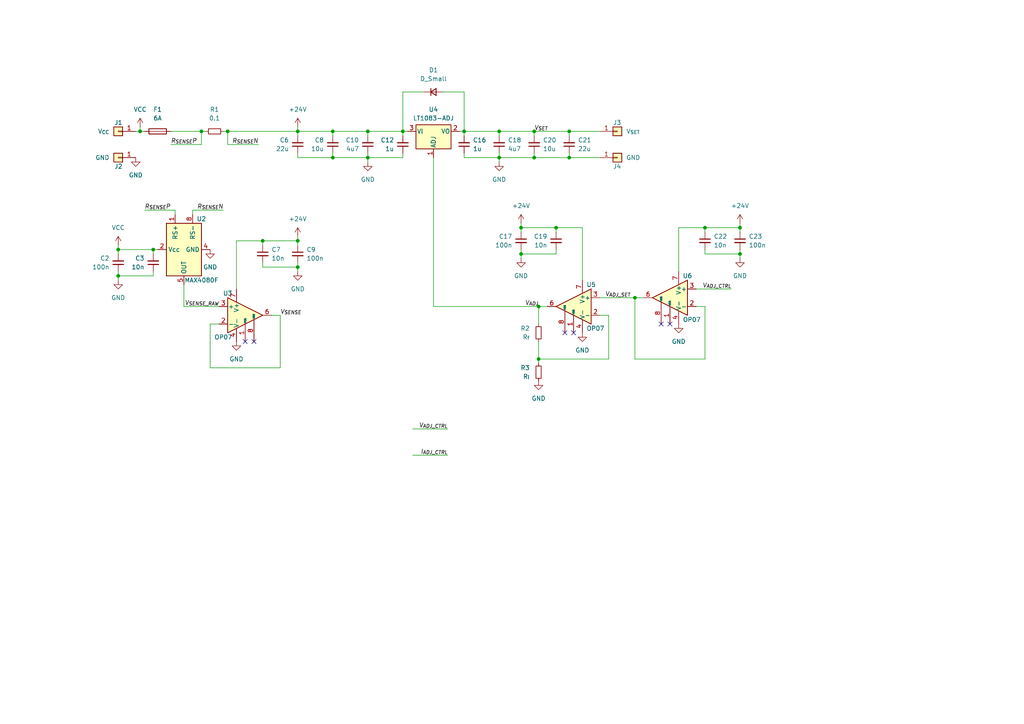
<source format=kicad_sch>
(kicad_sch (version 20211123) (generator eeschema)

  (uuid f0d08bd5-9437-4f9b-b7c1-23101bbdd135)

  (paper "A4")

  (lib_symbols
    (symbol "Amplifier_Current:MAX4080F" (in_bom yes) (on_board yes)
      (property "Reference" "U" (id 0) (at -7.62 6.35 0)
        (effects (font (size 1.27 1.27)) (justify left))
      )
      (property "Value" "MAX4080F" (id 1) (at 2.54 6.35 0)
        (effects (font (size 1.27 1.27)) (justify left))
      )
      (property "Footprint" "" (id 2) (at 16.51 -17.78 0)
        (effects (font (size 1.27 1.27)) hide)
      )
      (property "Datasheet" "http://datasheets.maximintegrated.com/en/ds/MAX4080-MAX4081.pdf" (id 3) (at 0 10.16 0)
        (effects (font (size 1.27 1.27)) hide)
      )
      (property "ki_keywords" "current sense amplifier" (id 4) (at 0 0 0)
        (effects (font (size 1.27 1.27)) hide)
      )
      (property "ki_description" "76V, High-Side, Current-Sense Amplifiers with Voltage Output, Unidirectional, 5V/V Gain, SOIC-8/uMAX-8" (id 5) (at 0 0 0)
        (effects (font (size 1.27 1.27)) hide)
      )
      (property "ki_fp_filters" "SOIC*3.9x4.9mm*P1.27mm* MSOP*3x3mm*P0.65mm*" (id 6) (at 0 0 0)
        (effects (font (size 1.27 1.27)) hide)
      )
      (symbol "MAX4080F_0_1"
        (rectangle (start -7.62 5.08) (end 7.62 -5.08)
          (stroke (width 0.254) (type default) (color 0 0 0 0))
          (fill (type background))
        )
      )
      (symbol "MAX4080F_1_1"
        (pin input line (at -10.16 2.54 0) (length 2.54)
          (name "RS+" (effects (font (size 1.27 1.27))))
          (number "1" (effects (font (size 1.27 1.27))))
        )
        (pin power_in line (at 0 7.62 270) (length 2.54)
          (name "Vcc" (effects (font (size 1.27 1.27))))
          (number "2" (effects (font (size 1.27 1.27))))
        )
        (pin no_connect line (at 2.54 -5.08 90) (length 2.54) hide
          (name "NC" (effects (font (size 1.27 1.27))))
          (number "3" (effects (font (size 1.27 1.27))))
        )
        (pin power_in line (at 0 -7.62 90) (length 2.54)
          (name "GND" (effects (font (size 1.27 1.27))))
          (number "4" (effects (font (size 1.27 1.27))))
        )
        (pin output line (at 10.16 0 180) (length 2.54)
          (name "OUT" (effects (font (size 1.27 1.27))))
          (number "5" (effects (font (size 1.27 1.27))))
        )
        (pin no_connect line (at 5.08 -5.08 90) (length 2.54) hide
          (name "NC" (effects (font (size 1.27 1.27))))
          (number "6" (effects (font (size 1.27 1.27))))
        )
        (pin no_connect line (at 7.62 -5.08 90) (length 2.54) hide
          (name "NC" (effects (font (size 1.27 1.27))))
          (number "7" (effects (font (size 1.27 1.27))))
        )
        (pin input line (at -10.16 -2.54 0) (length 2.54)
          (name "RS-" (effects (font (size 1.27 1.27))))
          (number "8" (effects (font (size 1.27 1.27))))
        )
      )
    )
    (symbol "Amplifier_Operational:OP07" (pin_names (offset 0.127)) (in_bom yes) (on_board yes)
      (property "Reference" "U" (id 0) (at 1.27 6.35 0)
        (effects (font (size 1.27 1.27)) (justify left))
      )
      (property "Value" "OP07" (id 1) (at 1.27 3.81 0)
        (effects (font (size 1.27 1.27)) (justify left))
      )
      (property "Footprint" "" (id 2) (at 1.27 1.27 0)
        (effects (font (size 1.27 1.27)) hide)
      )
      (property "Datasheet" "https://www.analog.com/media/en/technical-documentation/data-sheets/OP07.pdf" (id 3) (at 1.27 3.81 0)
        (effects (font (size 1.27 1.27)) hide)
      )
      (property "ki_keywords" "single opamp" (id 4) (at 0 0 0)
        (effects (font (size 1.27 1.27)) hide)
      )
      (property "ki_description" "Single Ultra-Low Offset Voltage Operational Amplifier, DIP-8/SOIC-8" (id 5) (at 0 0 0)
        (effects (font (size 1.27 1.27)) hide)
      )
      (property "ki_fp_filters" "DIP*W7.62mm* SOIC*3.9x4.9mm*P1.27mm* TO*99*" (id 6) (at 0 0 0)
        (effects (font (size 1.27 1.27)) hide)
      )
      (symbol "OP07_0_1"
        (polyline
          (pts
            (xy -5.08 5.08)
            (xy 5.08 0)
            (xy -5.08 -5.08)
            (xy -5.08 5.08)
          )
          (stroke (width 0.254) (type default) (color 0 0 0 0))
          (fill (type background))
        )
      )
      (symbol "OP07_1_1"
        (pin input line (at 0 -7.62 90) (length 5.08)
          (name "VOS" (effects (font (size 0.508 0.508))))
          (number "1" (effects (font (size 1.27 1.27))))
        )
        (pin input line (at -7.62 -2.54 0) (length 2.54)
          (name "-" (effects (font (size 1.27 1.27))))
          (number "2" (effects (font (size 1.27 1.27))))
        )
        (pin input line (at -7.62 2.54 0) (length 2.54)
          (name "+" (effects (font (size 1.27 1.27))))
          (number "3" (effects (font (size 1.27 1.27))))
        )
        (pin power_in line (at -2.54 -7.62 90) (length 3.81)
          (name "V-" (effects (font (size 1.27 1.27))))
          (number "4" (effects (font (size 1.27 1.27))))
        )
        (pin no_connect line (at 0 2.54 270) (length 2.54) hide
          (name "NC" (effects (font (size 1.27 1.27))))
          (number "5" (effects (font (size 1.27 1.27))))
        )
        (pin output line (at 7.62 0 180) (length 2.54)
          (name "~" (effects (font (size 1.27 1.27))))
          (number "6" (effects (font (size 1.27 1.27))))
        )
        (pin power_in line (at -2.54 7.62 270) (length 3.81)
          (name "V+" (effects (font (size 1.27 1.27))))
          (number "7" (effects (font (size 1.27 1.27))))
        )
        (pin input line (at 2.54 -7.62 90) (length 6.35)
          (name "VOS" (effects (font (size 0.508 0.508))))
          (number "8" (effects (font (size 1.27 1.27))))
        )
      )
    )
    (symbol "Connector_Generic:Conn_01x01" (pin_names (offset 1.016) hide) (in_bom yes) (on_board yes)
      (property "Reference" "J" (id 0) (at 0 2.54 0)
        (effects (font (size 1.27 1.27)))
      )
      (property "Value" "Conn_01x01" (id 1) (at 0 -2.54 0)
        (effects (font (size 1.27 1.27)))
      )
      (property "Footprint" "" (id 2) (at 0 0 0)
        (effects (font (size 1.27 1.27)) hide)
      )
      (property "Datasheet" "~" (id 3) (at 0 0 0)
        (effects (font (size 1.27 1.27)) hide)
      )
      (property "ki_keywords" "connector" (id 4) (at 0 0 0)
        (effects (font (size 1.27 1.27)) hide)
      )
      (property "ki_description" "Generic connector, single row, 01x01, script generated (kicad-library-utils/schlib/autogen/connector/)" (id 5) (at 0 0 0)
        (effects (font (size 1.27 1.27)) hide)
      )
      (property "ki_fp_filters" "Connector*:*_1x??_*" (id 6) (at 0 0 0)
        (effects (font (size 1.27 1.27)) hide)
      )
      (symbol "Conn_01x01_1_1"
        (rectangle (start -1.27 0.127) (end 0 -0.127)
          (stroke (width 0.1524) (type default) (color 0 0 0 0))
          (fill (type none))
        )
        (rectangle (start -1.27 1.27) (end 1.27 -1.27)
          (stroke (width 0.254) (type default) (color 0 0 0 0))
          (fill (type background))
        )
        (pin passive line (at -5.08 0 0) (length 3.81)
          (name "Pin_1" (effects (font (size 1.27 1.27))))
          (number "1" (effects (font (size 1.27 1.27))))
        )
      )
    )
    (symbol "Device:C_Small" (pin_numbers hide) (pin_names (offset 0.254) hide) (in_bom yes) (on_board yes)
      (property "Reference" "C" (id 0) (at 0.254 1.778 0)
        (effects (font (size 1.27 1.27)) (justify left))
      )
      (property "Value" "C_Small" (id 1) (at 0.254 -2.032 0)
        (effects (font (size 1.27 1.27)) (justify left))
      )
      (property "Footprint" "" (id 2) (at 0 0 0)
        (effects (font (size 1.27 1.27)) hide)
      )
      (property "Datasheet" "~" (id 3) (at 0 0 0)
        (effects (font (size 1.27 1.27)) hide)
      )
      (property "ki_keywords" "capacitor cap" (id 4) (at 0 0 0)
        (effects (font (size 1.27 1.27)) hide)
      )
      (property "ki_description" "Unpolarized capacitor, small symbol" (id 5) (at 0 0 0)
        (effects (font (size 1.27 1.27)) hide)
      )
      (property "ki_fp_filters" "C_*" (id 6) (at 0 0 0)
        (effects (font (size 1.27 1.27)) hide)
      )
      (symbol "C_Small_0_1"
        (polyline
          (pts
            (xy -1.524 -0.508)
            (xy 1.524 -0.508)
          )
          (stroke (width 0.3302) (type default) (color 0 0 0 0))
          (fill (type none))
        )
        (polyline
          (pts
            (xy -1.524 0.508)
            (xy 1.524 0.508)
          )
          (stroke (width 0.3048) (type default) (color 0 0 0 0))
          (fill (type none))
        )
      )
      (symbol "C_Small_1_1"
        (pin passive line (at 0 2.54 270) (length 2.032)
          (name "~" (effects (font (size 1.27 1.27))))
          (number "1" (effects (font (size 1.27 1.27))))
        )
        (pin passive line (at 0 -2.54 90) (length 2.032)
          (name "~" (effects (font (size 1.27 1.27))))
          (number "2" (effects (font (size 1.27 1.27))))
        )
      )
    )
    (symbol "Device:D_Small" (pin_numbers hide) (pin_names (offset 0.254) hide) (in_bom yes) (on_board yes)
      (property "Reference" "D" (id 0) (at -1.27 2.032 0)
        (effects (font (size 1.27 1.27)) (justify left))
      )
      (property "Value" "D_Small" (id 1) (at -3.81 -2.032 0)
        (effects (font (size 1.27 1.27)) (justify left))
      )
      (property "Footprint" "" (id 2) (at 0 0 90)
        (effects (font (size 1.27 1.27)) hide)
      )
      (property "Datasheet" "~" (id 3) (at 0 0 90)
        (effects (font (size 1.27 1.27)) hide)
      )
      (property "ki_keywords" "diode" (id 4) (at 0 0 0)
        (effects (font (size 1.27 1.27)) hide)
      )
      (property "ki_description" "Diode, small symbol" (id 5) (at 0 0 0)
        (effects (font (size 1.27 1.27)) hide)
      )
      (property "ki_fp_filters" "TO-???* *_Diode_* *SingleDiode* D_*" (id 6) (at 0 0 0)
        (effects (font (size 1.27 1.27)) hide)
      )
      (symbol "D_Small_0_1"
        (polyline
          (pts
            (xy -0.762 -1.016)
            (xy -0.762 1.016)
          )
          (stroke (width 0.254) (type default) (color 0 0 0 0))
          (fill (type none))
        )
        (polyline
          (pts
            (xy -0.762 0)
            (xy 0.762 0)
          )
          (stroke (width 0) (type default) (color 0 0 0 0))
          (fill (type none))
        )
        (polyline
          (pts
            (xy 0.762 -1.016)
            (xy -0.762 0)
            (xy 0.762 1.016)
            (xy 0.762 -1.016)
          )
          (stroke (width 0.254) (type default) (color 0 0 0 0))
          (fill (type none))
        )
      )
      (symbol "D_Small_1_1"
        (pin passive line (at -2.54 0 0) (length 1.778)
          (name "K" (effects (font (size 1.27 1.27))))
          (number "1" (effects (font (size 1.27 1.27))))
        )
        (pin passive line (at 2.54 0 180) (length 1.778)
          (name "A" (effects (font (size 1.27 1.27))))
          (number "2" (effects (font (size 1.27 1.27))))
        )
      )
    )
    (symbol "Device:Fuse" (pin_numbers hide) (pin_names (offset 0)) (in_bom yes) (on_board yes)
      (property "Reference" "F" (id 0) (at 2.032 0 90)
        (effects (font (size 1.27 1.27)))
      )
      (property "Value" "Fuse" (id 1) (at -1.905 0 90)
        (effects (font (size 1.27 1.27)))
      )
      (property "Footprint" "" (id 2) (at -1.778 0 90)
        (effects (font (size 1.27 1.27)) hide)
      )
      (property "Datasheet" "~" (id 3) (at 0 0 0)
        (effects (font (size 1.27 1.27)) hide)
      )
      (property "ki_keywords" "fuse" (id 4) (at 0 0 0)
        (effects (font (size 1.27 1.27)) hide)
      )
      (property "ki_description" "Fuse" (id 5) (at 0 0 0)
        (effects (font (size 1.27 1.27)) hide)
      )
      (property "ki_fp_filters" "*Fuse*" (id 6) (at 0 0 0)
        (effects (font (size 1.27 1.27)) hide)
      )
      (symbol "Fuse_0_1"
        (rectangle (start -0.762 -2.54) (end 0.762 2.54)
          (stroke (width 0.254) (type default) (color 0 0 0 0))
          (fill (type none))
        )
        (polyline
          (pts
            (xy 0 2.54)
            (xy 0 -2.54)
          )
          (stroke (width 0) (type default) (color 0 0 0 0))
          (fill (type none))
        )
      )
      (symbol "Fuse_1_1"
        (pin passive line (at 0 3.81 270) (length 1.27)
          (name "~" (effects (font (size 1.27 1.27))))
          (number "1" (effects (font (size 1.27 1.27))))
        )
        (pin passive line (at 0 -3.81 90) (length 1.27)
          (name "~" (effects (font (size 1.27 1.27))))
          (number "2" (effects (font (size 1.27 1.27))))
        )
      )
    )
    (symbol "Device:R_Small" (pin_numbers hide) (pin_names (offset 0.254) hide) (in_bom yes) (on_board yes)
      (property "Reference" "R" (id 0) (at 0.762 0.508 0)
        (effects (font (size 1.27 1.27)) (justify left))
      )
      (property "Value" "R_Small" (id 1) (at 0.762 -1.016 0)
        (effects (font (size 1.27 1.27)) (justify left))
      )
      (property "Footprint" "" (id 2) (at 0 0 0)
        (effects (font (size 1.27 1.27)) hide)
      )
      (property "Datasheet" "~" (id 3) (at 0 0 0)
        (effects (font (size 1.27 1.27)) hide)
      )
      (property "ki_keywords" "R resistor" (id 4) (at 0 0 0)
        (effects (font (size 1.27 1.27)) hide)
      )
      (property "ki_description" "Resistor, small symbol" (id 5) (at 0 0 0)
        (effects (font (size 1.27 1.27)) hide)
      )
      (property "ki_fp_filters" "R_*" (id 6) (at 0 0 0)
        (effects (font (size 1.27 1.27)) hide)
      )
      (symbol "R_Small_0_1"
        (rectangle (start -0.762 1.778) (end 0.762 -1.778)
          (stroke (width 0.2032) (type default) (color 0 0 0 0))
          (fill (type none))
        )
      )
      (symbol "R_Small_1_1"
        (pin passive line (at 0 2.54 270) (length 0.762)
          (name "~" (effects (font (size 1.27 1.27))))
          (number "1" (effects (font (size 1.27 1.27))))
        )
        (pin passive line (at 0 -2.54 90) (length 0.762)
          (name "~" (effects (font (size 1.27 1.27))))
          (number "2" (effects (font (size 1.27 1.27))))
        )
      )
    )
    (symbol "Regulator_Linear:LT1083-ADJ" (pin_names (offset 0.254)) (in_bom yes) (on_board yes)
      (property "Reference" "U" (id 0) (at -3.81 3.175 0)
        (effects (font (size 1.27 1.27)))
      )
      (property "Value" "LT1083-ADJ" (id 1) (at 0 3.175 0)
        (effects (font (size 1.27 1.27)) (justify left))
      )
      (property "Footprint" "" (id 2) (at 0 6.35 0)
        (effects (font (size 1.27 1.27) italic) hide)
      )
      (property "Datasheet" "https://www.analog.com/media/en/technical-documentation/data-sheets/108345fh.pdf" (id 3) (at 0 0 0)
        (effects (font (size 1.27 1.27)) hide)
      )
      (property "ki_keywords" "Voltage Regulator Adjustable 7.5A Positive LDO" (id 4) (at 0 0 0)
        (effects (font (size 1.27 1.27)) hide)
      )
      (property "ki_description" "7.5A 25V LDO Linear Regulator, Adjustable Output, TO-220/TO-263" (id 5) (at 0 0 0)
        (effects (font (size 1.27 1.27)) hide)
      )
      (property "ki_fp_filters" "TO?220* TO?263*" (id 6) (at 0 0 0)
        (effects (font (size 1.27 1.27)) hide)
      )
      (symbol "LT1083-ADJ_0_1"
        (rectangle (start -5.08 1.905) (end 5.08 -5.08)
          (stroke (width 0.254) (type default) (color 0 0 0 0))
          (fill (type background))
        )
      )
      (symbol "LT1083-ADJ_1_1"
        (pin input line (at 0 -7.62 90) (length 2.54)
          (name "ADJ" (effects (font (size 1.27 1.27))))
          (number "1" (effects (font (size 1.27 1.27))))
        )
        (pin power_out line (at 7.62 0 180) (length 2.54)
          (name "VO" (effects (font (size 1.27 1.27))))
          (number "2" (effects (font (size 1.27 1.27))))
        )
        (pin power_in line (at -7.62 0 0) (length 2.54)
          (name "VI" (effects (font (size 1.27 1.27))))
          (number "3" (effects (font (size 1.27 1.27))))
        )
      )
    )
    (symbol "power:+24V" (power) (pin_names (offset 0)) (in_bom yes) (on_board yes)
      (property "Reference" "#PWR" (id 0) (at 0 -3.81 0)
        (effects (font (size 1.27 1.27)) hide)
      )
      (property "Value" "+24V" (id 1) (at 0 3.556 0)
        (effects (font (size 1.27 1.27)))
      )
      (property "Footprint" "" (id 2) (at 0 0 0)
        (effects (font (size 1.27 1.27)) hide)
      )
      (property "Datasheet" "" (id 3) (at 0 0 0)
        (effects (font (size 1.27 1.27)) hide)
      )
      (property "ki_keywords" "power-flag" (id 4) (at 0 0 0)
        (effects (font (size 1.27 1.27)) hide)
      )
      (property "ki_description" "Power symbol creates a global label with name \"+24V\"" (id 5) (at 0 0 0)
        (effects (font (size 1.27 1.27)) hide)
      )
      (symbol "+24V_0_1"
        (polyline
          (pts
            (xy -0.762 1.27)
            (xy 0 2.54)
          )
          (stroke (width 0) (type default) (color 0 0 0 0))
          (fill (type none))
        )
        (polyline
          (pts
            (xy 0 0)
            (xy 0 2.54)
          )
          (stroke (width 0) (type default) (color 0 0 0 0))
          (fill (type none))
        )
        (polyline
          (pts
            (xy 0 2.54)
            (xy 0.762 1.27)
          )
          (stroke (width 0) (type default) (color 0 0 0 0))
          (fill (type none))
        )
      )
      (symbol "+24V_1_1"
        (pin power_in line (at 0 0 90) (length 0) hide
          (name "+24V" (effects (font (size 1.27 1.27))))
          (number "1" (effects (font (size 1.27 1.27))))
        )
      )
    )
    (symbol "power:GND" (power) (pin_names (offset 0)) (in_bom yes) (on_board yes)
      (property "Reference" "#PWR" (id 0) (at 0 -6.35 0)
        (effects (font (size 1.27 1.27)) hide)
      )
      (property "Value" "GND" (id 1) (at 0 -3.81 0)
        (effects (font (size 1.27 1.27)))
      )
      (property "Footprint" "" (id 2) (at 0 0 0)
        (effects (font (size 1.27 1.27)) hide)
      )
      (property "Datasheet" "" (id 3) (at 0 0 0)
        (effects (font (size 1.27 1.27)) hide)
      )
      (property "ki_keywords" "power-flag" (id 4) (at 0 0 0)
        (effects (font (size 1.27 1.27)) hide)
      )
      (property "ki_description" "Power symbol creates a global label with name \"GND\" , ground" (id 5) (at 0 0 0)
        (effects (font (size 1.27 1.27)) hide)
      )
      (symbol "GND_0_1"
        (polyline
          (pts
            (xy 0 0)
            (xy 0 -1.27)
            (xy 1.27 -1.27)
            (xy 0 -2.54)
            (xy -1.27 -1.27)
            (xy 0 -1.27)
          )
          (stroke (width 0) (type default) (color 0 0 0 0))
          (fill (type none))
        )
      )
      (symbol "GND_1_1"
        (pin power_in line (at 0 0 270) (length 0) hide
          (name "GND" (effects (font (size 1.27 1.27))))
          (number "1" (effects (font (size 1.27 1.27))))
        )
      )
    )
    (symbol "power:VCC" (power) (pin_names (offset 0)) (in_bom yes) (on_board yes)
      (property "Reference" "#PWR" (id 0) (at 0 -3.81 0)
        (effects (font (size 1.27 1.27)) hide)
      )
      (property "Value" "VCC" (id 1) (at 0 3.81 0)
        (effects (font (size 1.27 1.27)))
      )
      (property "Footprint" "" (id 2) (at 0 0 0)
        (effects (font (size 1.27 1.27)) hide)
      )
      (property "Datasheet" "" (id 3) (at 0 0 0)
        (effects (font (size 1.27 1.27)) hide)
      )
      (property "ki_keywords" "power-flag" (id 4) (at 0 0 0)
        (effects (font (size 1.27 1.27)) hide)
      )
      (property "ki_description" "Power symbol creates a global label with name \"VCC\"" (id 5) (at 0 0 0)
        (effects (font (size 1.27 1.27)) hide)
      )
      (symbol "VCC_0_1"
        (polyline
          (pts
            (xy -0.762 1.27)
            (xy 0 2.54)
          )
          (stroke (width 0) (type default) (color 0 0 0 0))
          (fill (type none))
        )
        (polyline
          (pts
            (xy 0 0)
            (xy 0 2.54)
          )
          (stroke (width 0) (type default) (color 0 0 0 0))
          (fill (type none))
        )
        (polyline
          (pts
            (xy 0 2.54)
            (xy 0.762 1.27)
          )
          (stroke (width 0) (type default) (color 0 0 0 0))
          (fill (type none))
        )
      )
      (symbol "VCC_1_1"
        (pin power_in line (at 0 0 90) (length 0) hide
          (name "VCC" (effects (font (size 1.27 1.27))))
          (number "1" (effects (font (size 1.27 1.27))))
        )
      )
    )
  )

  (junction (at 40.64 38.1) (diameter 0) (color 0 0 0 0)
    (uuid 0a9539b5-beaf-449f-80fd-cc10e37c5758)
  )
  (junction (at 86.36 38.1) (diameter 0) (color 0 0 0 0)
    (uuid 0c1a2666-1bf7-47f1-8cd6-fcb9c29d0e75)
  )
  (junction (at 204.47 66.04) (diameter 0) (color 0 0 0 0)
    (uuid 16521cd7-0098-4c74-aa36-fdcbac8c55f0)
  )
  (junction (at 106.68 45.72) (diameter 0) (color 0 0 0 0)
    (uuid 1f79c2b0-8c4a-450d-9177-850c8d22fcb5)
  )
  (junction (at 86.36 77.47) (diameter 0) (color 0 0 0 0)
    (uuid 24bce225-eaa3-4061-85f1-ef084175d3b9)
  )
  (junction (at 66.04 38.1) (diameter 0) (color 0 0 0 0)
    (uuid 3b705dd1-b750-4273-b9cc-44ef514e52e8)
  )
  (junction (at 151.13 73.66) (diameter 0) (color 0 0 0 0)
    (uuid 40bd3aa5-2010-4bf5-8562-134335c515f3)
  )
  (junction (at 34.29 80.01) (diameter 0) (color 0 0 0 0)
    (uuid 45922939-1c06-4d9d-8d57-363182d039cb)
  )
  (junction (at 106.68 38.1) (diameter 0) (color 0 0 0 0)
    (uuid 4b4de6c1-e959-4f46-9d4d-eb66c568384a)
  )
  (junction (at 76.2 69.85) (diameter 0) (color 0 0 0 0)
    (uuid 4ce57438-daf9-48a3-9092-79bf0f33d131)
  )
  (junction (at 44.45 72.39) (diameter 0) (color 0 0 0 0)
    (uuid 545bd3c5-22ba-4f97-baf0-d5393d2db3fd)
  )
  (junction (at 151.13 66.04) (diameter 0) (color 0 0 0 0)
    (uuid 62788eab-8a2b-4e62-bb03-d8c723f91b02)
  )
  (junction (at 134.62 38.1) (diameter 0) (color 0 0 0 0)
    (uuid 76402b48-7692-49f0-9839-a5f40bfaba17)
  )
  (junction (at 214.63 66.04) (diameter 0) (color 0 0 0 0)
    (uuid 765f72c9-9ff6-4a61-aad1-6f4954a101e1)
  )
  (junction (at 161.29 66.04) (diameter 0) (color 0 0 0 0)
    (uuid 7d3d257c-0cc7-41e4-a67c-d4bc62b2ec89)
  )
  (junction (at 156.21 88.9) (diameter 0) (color 0 0 0 0)
    (uuid 7f82fd97-171a-4375-b0a3-32c46c2b050a)
  )
  (junction (at 116.84 38.1) (diameter 0) (color 0 0 0 0)
    (uuid 9247ff49-ab41-4089-a9d5-1598af9de381)
  )
  (junction (at 144.78 38.1) (diameter 0) (color 0 0 0 0)
    (uuid 929ce5c7-2bae-499f-bdde-9b02f4265941)
  )
  (junction (at 58.42 38.1) (diameter 0) (color 0 0 0 0)
    (uuid 9527839c-0f22-4f7e-8717-fb7d3cabbef9)
  )
  (junction (at 214.63 73.66) (diameter 0) (color 0 0 0 0)
    (uuid a2508f74-b7c8-4051-b07c-40cfd158f648)
  )
  (junction (at 96.52 45.72) (diameter 0) (color 0 0 0 0)
    (uuid b7ceaf2f-6610-4495-83fe-da651bf0f27c)
  )
  (junction (at 154.94 45.72) (diameter 0) (color 0 0 0 0)
    (uuid bb9b01a0-f169-447f-8d90-1e074257ed42)
  )
  (junction (at 34.29 72.39) (diameter 0) (color 0 0 0 0)
    (uuid d2d0164b-f473-480b-905f-8370d79c7e3b)
  )
  (junction (at 154.94 38.1) (diameter 0) (color 0 0 0 0)
    (uuid df700625-170c-4dd9-a57d-d2f3cc696e85)
  )
  (junction (at 156.21 104.14) (diameter 0) (color 0 0 0 0)
    (uuid e12dd0eb-c90c-4114-b33b-9f1036708b9a)
  )
  (junction (at 144.78 45.72) (diameter 0) (color 0 0 0 0)
    (uuid e1380406-12f4-40df-8731-3c2c38c67e90)
  )
  (junction (at 165.1 45.72) (diameter 0) (color 0 0 0 0)
    (uuid e23653e1-d7fb-4ac9-8ee0-25281070a4d5)
  )
  (junction (at 96.52 38.1) (diameter 0) (color 0 0 0 0)
    (uuid e8e8b373-0166-45f8-ad47-d764131838f9)
  )
  (junction (at 165.1 38.1) (diameter 0) (color 0 0 0 0)
    (uuid eb1f247a-3af8-4391-b419-269ad22ec71f)
  )
  (junction (at 86.36 69.85) (diameter 0) (color 0 0 0 0)
    (uuid f1b99ee5-2751-4eca-a5be-9462265b323b)
  )
  (junction (at 184.15 86.36) (diameter 0) (color 0 0 0 0)
    (uuid fccc234a-cca8-4e0e-ae4d-9dd4fdf4b6f9)
  )

  (no_connect (at 71.12 99.06) (uuid 06d1f88d-7b71-470c-aa0d-b22dc7e73856))
  (no_connect (at 166.37 96.52) (uuid 7a61b47e-1216-4a82-8d57-e3b0f1f22646))
  (no_connect (at 194.31 93.98) (uuid b115914b-342e-4f04-855a-02d2d1f8fb4f))
  (no_connect (at 191.77 93.98) (uuid b115914b-342e-4f04-855a-02d2d1f8fb50))
  (no_connect (at 163.83 96.52) (uuid e6227777-236b-4576-af4a-0af3a690b372))
  (no_connect (at 73.66 99.06) (uuid fedf6f28-41f3-44e1-8f10-08d9aed67c66))

  (wire (pts (xy 116.84 38.1) (xy 118.11 38.1))
    (stroke (width 0) (type default) (color 0 0 0 0))
    (uuid 00dcf642-2107-4639-8754-6e915c1b9aa8)
  )
  (wire (pts (xy 106.68 45.72) (xy 116.84 45.72))
    (stroke (width 0) (type default) (color 0 0 0 0))
    (uuid 058c60a7-b811-4242-808a-75d3e551e9d1)
  )
  (wire (pts (xy 165.1 38.1) (xy 173.99 38.1))
    (stroke (width 0) (type default) (color 0 0 0 0))
    (uuid 0a4ea264-8855-4166-8230-8c695ea37ec2)
  )
  (wire (pts (xy 86.36 76.2) (xy 86.36 77.47))
    (stroke (width 0) (type default) (color 0 0 0 0))
    (uuid 0aa4bccd-1c14-43dc-9b94-b9b5681dc119)
  )
  (wire (pts (xy 86.36 77.47) (xy 76.2 77.47))
    (stroke (width 0) (type default) (color 0 0 0 0))
    (uuid 0fcb390b-b558-471c-afcc-0f06dd372f83)
  )
  (wire (pts (xy 58.42 38.1) (xy 58.42 41.91))
    (stroke (width 0) (type default) (color 0 0 0 0))
    (uuid 13f3a2d3-eb51-44d9-84d7-12e170616367)
  )
  (wire (pts (xy 204.47 66.04) (xy 214.63 66.04))
    (stroke (width 0) (type default) (color 0 0 0 0))
    (uuid 1400d6d5-ec6c-4b38-8aa5-2a13f278f8d6)
  )
  (wire (pts (xy 116.84 38.1) (xy 116.84 39.37))
    (stroke (width 0) (type default) (color 0 0 0 0))
    (uuid 16709085-85fb-43c9-a971-6c749e7fdc44)
  )
  (wire (pts (xy 144.78 38.1) (xy 144.78 39.37))
    (stroke (width 0) (type default) (color 0 0 0 0))
    (uuid 17603599-a958-4e72-b2da-1148cd4e7c82)
  )
  (wire (pts (xy 53.34 88.9) (xy 63.5 88.9))
    (stroke (width 0) (type default) (color 0 0 0 0))
    (uuid 17cde06c-8472-47a5-a2ea-fa36b7e07e6a)
  )
  (wire (pts (xy 161.29 66.04) (xy 161.29 67.31))
    (stroke (width 0) (type default) (color 0 0 0 0))
    (uuid 1ec5ac77-705e-409c-bdb7-e67b8722bccc)
  )
  (wire (pts (xy 96.52 38.1) (xy 96.52 39.37))
    (stroke (width 0) (type default) (color 0 0 0 0))
    (uuid 24a660a9-7dbd-4595-8dcf-07eacc16e3b5)
  )
  (wire (pts (xy 86.36 36.83) (xy 86.36 38.1))
    (stroke (width 0) (type default) (color 0 0 0 0))
    (uuid 2d049fb3-6233-4cdf-890c-6cd31459aaf3)
  )
  (wire (pts (xy 154.94 44.45) (xy 154.94 45.72))
    (stroke (width 0) (type default) (color 0 0 0 0))
    (uuid 2ee802b0-fa1b-425e-b3fc-2926d31a3317)
  )
  (wire (pts (xy 214.63 72.39) (xy 214.63 73.66))
    (stroke (width 0) (type default) (color 0 0 0 0))
    (uuid 2f6db98e-746f-4d41-ba27-f3e9611478b0)
  )
  (wire (pts (xy 161.29 66.04) (xy 168.91 66.04))
    (stroke (width 0) (type default) (color 0 0 0 0))
    (uuid 328bf209-fe87-4dcd-9c4b-a454d13fcf16)
  )
  (wire (pts (xy 40.64 38.1) (xy 39.37 38.1))
    (stroke (width 0) (type default) (color 0 0 0 0))
    (uuid 33117ce1-b142-4296-aebc-f7eb3f951ed5)
  )
  (wire (pts (xy 204.47 73.66) (xy 204.47 72.39))
    (stroke (width 0) (type default) (color 0 0 0 0))
    (uuid 33c3ef45-1b92-46af-9ebd-4f0952e671a6)
  )
  (wire (pts (xy 66.04 38.1) (xy 86.36 38.1))
    (stroke (width 0) (type default) (color 0 0 0 0))
    (uuid 3415b1b5-6a77-4858-b215-c14ebdf1690b)
  )
  (wire (pts (xy 40.64 38.1) (xy 41.91 38.1))
    (stroke (width 0) (type default) (color 0 0 0 0))
    (uuid 37db3102-b7a0-40ff-a344-9153ecfd5029)
  )
  (wire (pts (xy 86.36 39.37) (xy 86.36 38.1))
    (stroke (width 0) (type default) (color 0 0 0 0))
    (uuid 37e76c44-f831-458a-b9ec-14764dbb582c)
  )
  (wire (pts (xy 134.62 26.67) (xy 134.62 38.1))
    (stroke (width 0) (type default) (color 0 0 0 0))
    (uuid 3a823173-bd94-4d34-b6bc-79a5a9be66b7)
  )
  (wire (pts (xy 165.1 39.37) (xy 165.1 38.1))
    (stroke (width 0) (type default) (color 0 0 0 0))
    (uuid 3b2b839e-3bf7-412d-a45b-a8dfdd78ca6b)
  )
  (wire (pts (xy 125.73 45.72) (xy 125.73 88.9))
    (stroke (width 0) (type default) (color 0 0 0 0))
    (uuid 3c53e431-a4ce-422e-b76c-e56831f250c3)
  )
  (wire (pts (xy 134.62 38.1) (xy 133.35 38.1))
    (stroke (width 0) (type default) (color 0 0 0 0))
    (uuid 40017352-19c0-4fb1-ba6e-a250d8ac620e)
  )
  (wire (pts (xy 165.1 38.1) (xy 154.94 38.1))
    (stroke (width 0) (type default) (color 0 0 0 0))
    (uuid 42202ab4-d9d6-4893-b0c5-e97adf7bf735)
  )
  (wire (pts (xy 125.73 88.9) (xy 156.21 88.9))
    (stroke (width 0) (type default) (color 0 0 0 0))
    (uuid 4357a9f1-b6b7-430e-9c09-bc19cf5ab6ac)
  )
  (wire (pts (xy 154.94 38.1) (xy 144.78 38.1))
    (stroke (width 0) (type default) (color 0 0 0 0))
    (uuid 43be050e-fc06-448f-ac2e-b3822b472c38)
  )
  (wire (pts (xy 144.78 45.72) (xy 144.78 46.99))
    (stroke (width 0) (type default) (color 0 0 0 0))
    (uuid 44c11fb2-c7c2-4af3-b870-f6c81bc14c23)
  )
  (wire (pts (xy 44.45 72.39) (xy 45.72 72.39))
    (stroke (width 0) (type default) (color 0 0 0 0))
    (uuid 45aa85eb-a37a-4d1f-8ec3-8d41f260aa43)
  )
  (wire (pts (xy 156.21 88.9) (xy 158.75 88.9))
    (stroke (width 0) (type default) (color 0 0 0 0))
    (uuid 476a8498-4298-4577-88ba-2f129e265703)
  )
  (wire (pts (xy 161.29 73.66) (xy 161.29 72.39))
    (stroke (width 0) (type default) (color 0 0 0 0))
    (uuid 48d76f39-c12f-4418-a8dd-8b598e0a376d)
  )
  (wire (pts (xy 60.96 93.98) (xy 60.96 106.68))
    (stroke (width 0) (type default) (color 0 0 0 0))
    (uuid 4b839e88-f54a-4fc1-b18e-7d8cedc55e7c)
  )
  (wire (pts (xy 214.63 73.66) (xy 214.63 74.93))
    (stroke (width 0) (type default) (color 0 0 0 0))
    (uuid 4c66556a-a498-44e7-9b63-ca976684566d)
  )
  (wire (pts (xy 49.53 38.1) (xy 58.42 38.1))
    (stroke (width 0) (type default) (color 0 0 0 0))
    (uuid 536fd26a-ecc5-4b14-b2aa-c2afc9b83d43)
  )
  (wire (pts (xy 60.96 93.98) (xy 63.5 93.98))
    (stroke (width 0) (type default) (color 0 0 0 0))
    (uuid 53e270ac-224a-4586-a55a-ff444842f43e)
  )
  (wire (pts (xy 116.84 44.45) (xy 116.84 45.72))
    (stroke (width 0) (type default) (color 0 0 0 0))
    (uuid 568c9555-a4a3-4957-89ae-ba4e810ee171)
  )
  (wire (pts (xy 151.13 73.66) (xy 151.13 74.93))
    (stroke (width 0) (type default) (color 0 0 0 0))
    (uuid 56c58c35-e238-4f51-b191-aaad90467cb0)
  )
  (wire (pts (xy 134.62 44.45) (xy 134.62 45.72))
    (stroke (width 0) (type default) (color 0 0 0 0))
    (uuid 58af6ab6-1d55-45cb-aa18-de374522a3e3)
  )
  (wire (pts (xy 68.58 69.85) (xy 68.58 83.82))
    (stroke (width 0) (type default) (color 0 0 0 0))
    (uuid 5ccb8986-e6f6-4570-82a1-909c5b295f94)
  )
  (wire (pts (xy 58.42 38.1) (xy 59.69 38.1))
    (stroke (width 0) (type default) (color 0 0 0 0))
    (uuid 5d96e022-05dd-4830-9cc3-2cb892c4d128)
  )
  (wire (pts (xy 34.29 71.12) (xy 34.29 72.39))
    (stroke (width 0) (type default) (color 0 0 0 0))
    (uuid 5fca01f4-b030-4c18-9c06-4a64daf2011c)
  )
  (wire (pts (xy 96.52 44.45) (xy 96.52 45.72))
    (stroke (width 0) (type default) (color 0 0 0 0))
    (uuid 624b1106-82a4-44ad-999a-eb9fb7514583)
  )
  (wire (pts (xy 66.04 41.91) (xy 74.93 41.91))
    (stroke (width 0) (type default) (color 0 0 0 0))
    (uuid 62b90a4c-10eb-4bdf-a48e-04d3663bcf7a)
  )
  (wire (pts (xy 34.29 80.01) (xy 34.29 81.28))
    (stroke (width 0) (type default) (color 0 0 0 0))
    (uuid 65388e2e-32ea-41d7-98a2-35744b85e784)
  )
  (wire (pts (xy 156.21 99.06) (xy 156.21 104.14))
    (stroke (width 0) (type default) (color 0 0 0 0))
    (uuid 65c1f6f7-df9f-427a-aa59-98ee2bae08d0)
  )
  (wire (pts (xy 128.27 26.67) (xy 134.62 26.67))
    (stroke (width 0) (type default) (color 0 0 0 0))
    (uuid 675410bf-28ad-4918-a7f5-23395f54e023)
  )
  (wire (pts (xy 34.29 72.39) (xy 34.29 73.66))
    (stroke (width 0) (type default) (color 0 0 0 0))
    (uuid 69201499-2f84-4877-a38c-728c4a5e730a)
  )
  (wire (pts (xy 116.84 26.67) (xy 116.84 38.1))
    (stroke (width 0) (type default) (color 0 0 0 0))
    (uuid 6c4c1fdc-b478-48e2-8f9b-2b33528032ce)
  )
  (wire (pts (xy 86.36 77.47) (xy 86.36 78.74))
    (stroke (width 0) (type default) (color 0 0 0 0))
    (uuid 7172e1c7-fcdc-45b2-b62d-d3317baa46e4)
  )
  (wire (pts (xy 86.36 38.1) (xy 96.52 38.1))
    (stroke (width 0) (type default) (color 0 0 0 0))
    (uuid 7445a135-13c9-4800-9743-f314eb9db1e4)
  )
  (wire (pts (xy 64.77 60.96) (xy 55.88 60.96))
    (stroke (width 0) (type default) (color 0 0 0 0))
    (uuid 7c336f85-64ee-40bf-8f76-4d012da09952)
  )
  (wire (pts (xy 119.6848 132.0292) (xy 129.8448 132.0292))
    (stroke (width 0) (type default) (color 0 0 0 0))
    (uuid 7c437bd5-0f6f-455d-9645-1b40e9a70545)
  )
  (wire (pts (xy 76.2 77.47) (xy 76.2 76.2))
    (stroke (width 0) (type default) (color 0 0 0 0))
    (uuid 7ec5bfd0-3860-465d-98bf-30147967747c)
  )
  (wire (pts (xy 156.21 93.98) (xy 156.21 88.9))
    (stroke (width 0) (type default) (color 0 0 0 0))
    (uuid 7feac17e-deed-47e4-abe2-0dee632132e0)
  )
  (wire (pts (xy 196.85 66.04) (xy 204.47 66.04))
    (stroke (width 0) (type default) (color 0 0 0 0))
    (uuid 810096ba-00ec-444d-baf6-6e37351d97f0)
  )
  (wire (pts (xy 173.99 91.44) (xy 176.53 91.44))
    (stroke (width 0) (type default) (color 0 0 0 0))
    (uuid 84268835-ccb1-479b-b3f4-d9bf9f519ea1)
  )
  (wire (pts (xy 144.78 45.72) (xy 134.62 45.72))
    (stroke (width 0) (type default) (color 0 0 0 0))
    (uuid 862a0614-2889-4860-9d74-78df09af011c)
  )
  (wire (pts (xy 44.45 72.39) (xy 44.45 73.66))
    (stroke (width 0) (type default) (color 0 0 0 0))
    (uuid 9269fd3d-36e3-4ba9-8d2e-29f301225f52)
  )
  (wire (pts (xy 106.68 45.72) (xy 106.68 46.99))
    (stroke (width 0) (type default) (color 0 0 0 0))
    (uuid 9291c528-baa9-455a-b63d-b146522fcd3e)
  )
  (wire (pts (xy 34.29 78.74) (xy 34.29 80.01))
    (stroke (width 0) (type default) (color 0 0 0 0))
    (uuid 92d8ca81-1e1c-4002-8950-683c875e0891)
  )
  (wire (pts (xy 64.77 38.1) (xy 66.04 38.1))
    (stroke (width 0) (type default) (color 0 0 0 0))
    (uuid 937c4788-2d0b-403e-89cd-b6644395acb8)
  )
  (wire (pts (xy 81.28 91.44) (xy 78.74 91.44))
    (stroke (width 0) (type default) (color 0 0 0 0))
    (uuid 9df8e7e6-d3dd-4e6c-a272-f46fd10920e9)
  )
  (wire (pts (xy 50.8 60.96) (xy 50.8 62.23))
    (stroke (width 0) (type default) (color 0 0 0 0))
    (uuid 9e5e3d7e-a4f2-4ca3-9b5b-35a0b7c8eea2)
  )
  (wire (pts (xy 154.94 38.1) (xy 154.94 39.37))
    (stroke (width 0) (type default) (color 0 0 0 0))
    (uuid 9ed74e4b-b18d-4e90-91af-c5ab205598e0)
  )
  (wire (pts (xy 76.2 69.85) (xy 76.2 71.12))
    (stroke (width 0) (type default) (color 0 0 0 0))
    (uuid 9ffb5626-ebb3-4deb-82ed-46c272ff1d22)
  )
  (wire (pts (xy 106.68 38.1) (xy 106.68 39.37))
    (stroke (width 0) (type default) (color 0 0 0 0))
    (uuid a1c35b34-5dbc-41f8-a93e-f3706ed4bfb9)
  )
  (wire (pts (xy 44.45 80.01) (xy 44.45 78.74))
    (stroke (width 0) (type default) (color 0 0 0 0))
    (uuid a5ac51b0-6dd4-4a79-93c4-45e30ea42af2)
  )
  (wire (pts (xy 154.94 45.72) (xy 144.78 45.72))
    (stroke (width 0) (type default) (color 0 0 0 0))
    (uuid a68fea17-0b0f-4480-95ea-c0dfd36819f1)
  )
  (wire (pts (xy 144.78 44.45) (xy 144.78 45.72))
    (stroke (width 0) (type default) (color 0 0 0 0))
    (uuid a7cf9c0d-055c-4df6-a26e-88db29b45112)
  )
  (wire (pts (xy 214.63 66.04) (xy 214.63 67.31))
    (stroke (width 0) (type default) (color 0 0 0 0))
    (uuid abcd2587-419a-466f-abc4-c3294d47166f)
  )
  (wire (pts (xy 41.91 60.96) (xy 50.8 60.96))
    (stroke (width 0) (type default) (color 0 0 0 0))
    (uuid abe5f7af-012d-4ba0-9ba7-709fd8cc91d6)
  )
  (wire (pts (xy 66.04 38.1) (xy 66.04 41.91))
    (stroke (width 0) (type default) (color 0 0 0 0))
    (uuid aded53aa-7ae9-436a-bf92-e7b16271cfc2)
  )
  (wire (pts (xy 165.1 45.72) (xy 173.99 45.72))
    (stroke (width 0) (type default) (color 0 0 0 0))
    (uuid b3cbbc7d-49bb-4561-b629-fd7c8eb20d10)
  )
  (wire (pts (xy 96.52 38.1) (xy 106.68 38.1))
    (stroke (width 0) (type default) (color 0 0 0 0))
    (uuid b3f9a2a4-9de2-4ccb-94aa-0281b7f17d5c)
  )
  (wire (pts (xy 151.13 64.77) (xy 151.13 66.04))
    (stroke (width 0) (type default) (color 0 0 0 0))
    (uuid b5d0b814-0437-4f54-ac68-34eb02b27ea6)
  )
  (wire (pts (xy 201.93 88.9) (xy 204.47 88.9))
    (stroke (width 0) (type default) (color 0 0 0 0))
    (uuid b836e37e-67a6-4d8d-b3b1-34615084852a)
  )
  (wire (pts (xy 156.21 104.14) (xy 156.21 105.41))
    (stroke (width 0) (type default) (color 0 0 0 0))
    (uuid b8dcfe41-19d8-4c57-a63c-fa2bfcbf68bb)
  )
  (wire (pts (xy 161.29 66.04) (xy 151.13 66.04))
    (stroke (width 0) (type default) (color 0 0 0 0))
    (uuid b9e6ece7-30c8-4b20-bac1-237749b4d191)
  )
  (wire (pts (xy 151.13 72.39) (xy 151.13 73.66))
    (stroke (width 0) (type default) (color 0 0 0 0))
    (uuid bdad7ad8-4075-4678-84d6-3aab990080b3)
  )
  (wire (pts (xy 96.52 45.72) (xy 106.68 45.72))
    (stroke (width 0) (type default) (color 0 0 0 0))
    (uuid bdf95302-4632-4208-9204-2744bdb8e6d2)
  )
  (wire (pts (xy 151.13 73.66) (xy 161.29 73.66))
    (stroke (width 0) (type default) (color 0 0 0 0))
    (uuid c1bd2de0-cdb0-4cfa-91c8-99e523ca73d3)
  )
  (wire (pts (xy 106.68 44.45) (xy 106.68 45.72))
    (stroke (width 0) (type default) (color 0 0 0 0))
    (uuid c3affdc5-1ece-4fd3-83d5-c8e49ec7e1e9)
  )
  (wire (pts (xy 214.63 73.66) (xy 204.47 73.66))
    (stroke (width 0) (type default) (color 0 0 0 0))
    (uuid c462c130-3371-4f8a-ba42-bfafcb3100b7)
  )
  (wire (pts (xy 60.96 106.68) (xy 81.28 106.68))
    (stroke (width 0) (type default) (color 0 0 0 0))
    (uuid c76c4c68-87eb-4a39-83de-315650eaf5a7)
  )
  (wire (pts (xy 34.29 72.39) (xy 44.45 72.39))
    (stroke (width 0) (type default) (color 0 0 0 0))
    (uuid c859129e-89b1-40ec-966f-185a30645bdd)
  )
  (wire (pts (xy 76.2 69.85) (xy 68.58 69.85))
    (stroke (width 0) (type default) (color 0 0 0 0))
    (uuid c8e4f0d9-c7e0-42c6-92b1-223a0a099735)
  )
  (wire (pts (xy 184.15 86.36) (xy 186.69 86.36))
    (stroke (width 0) (type default) (color 0 0 0 0))
    (uuid c9420c90-71c7-4f58-8017-72c0e56ffc7b)
  )
  (wire (pts (xy 134.62 38.1) (xy 134.62 39.37))
    (stroke (width 0) (type default) (color 0 0 0 0))
    (uuid c9cf8e3e-98ab-440e-9f87-edb004c0306e)
  )
  (wire (pts (xy 201.93 83.82) (xy 212.09 83.82))
    (stroke (width 0) (type default) (color 0 0 0 0))
    (uuid cb9061fe-f509-4071-a493-19cb5b465d81)
  )
  (wire (pts (xy 55.88 60.96) (xy 55.88 62.23))
    (stroke (width 0) (type default) (color 0 0 0 0))
    (uuid ce0af6f4-58d4-4abd-b2a1-37181f211b9a)
  )
  (wire (pts (xy 165.1 45.72) (xy 154.94 45.72))
    (stroke (width 0) (type default) (color 0 0 0 0))
    (uuid ce4bfce5-5a98-4bfc-a7e8-8411b0c83e11)
  )
  (wire (pts (xy 106.68 38.1) (xy 116.84 38.1))
    (stroke (width 0) (type default) (color 0 0 0 0))
    (uuid d03ca063-dbcc-4fbd-a2b8-a81cb6f5133e)
  )
  (wire (pts (xy 165.1 44.45) (xy 165.1 45.72))
    (stroke (width 0) (type default) (color 0 0 0 0))
    (uuid d072de09-4d7c-4849-a364-b3f65bd414aa)
  )
  (wire (pts (xy 40.64 36.83) (xy 40.64 38.1))
    (stroke (width 0) (type default) (color 0 0 0 0))
    (uuid d07d63d9-ed81-407d-8a77-9105e9d4a231)
  )
  (wire (pts (xy 123.19 26.67) (xy 116.84 26.67))
    (stroke (width 0) (type default) (color 0 0 0 0))
    (uuid d4648f83-c35e-43f6-b426-b643097ec5cb)
  )
  (wire (pts (xy 151.13 66.04) (xy 151.13 67.31))
    (stroke (width 0) (type default) (color 0 0 0 0))
    (uuid d5168c8a-fed4-4376-ba2e-3ccf578d5206)
  )
  (wire (pts (xy 184.15 104.14) (xy 204.47 104.14))
    (stroke (width 0) (type default) (color 0 0 0 0))
    (uuid d911c3ea-5dc3-493d-bd6a-9cd40d3105f7)
  )
  (wire (pts (xy 86.36 69.85) (xy 86.36 71.12))
    (stroke (width 0) (type default) (color 0 0 0 0))
    (uuid da1d953b-6219-4f5e-9720-dbbaeee1f8d8)
  )
  (wire (pts (xy 214.63 64.77) (xy 214.63 66.04))
    (stroke (width 0) (type default) (color 0 0 0 0))
    (uuid da66c871-5800-42e9-b6a5-f06f46e0546b)
  )
  (wire (pts (xy 81.28 91.44) (xy 81.28 106.68))
    (stroke (width 0) (type default) (color 0 0 0 0))
    (uuid dd7ae46d-b981-4927-b094-edd65870f035)
  )
  (wire (pts (xy 34.29 80.01) (xy 44.45 80.01))
    (stroke (width 0) (type default) (color 0 0 0 0))
    (uuid e55eb53e-0f5a-40f3-a2db-62f474bfa322)
  )
  (wire (pts (xy 76.2 69.85) (xy 86.36 69.85))
    (stroke (width 0) (type default) (color 0 0 0 0))
    (uuid e61fd07e-a011-4d75-96ed-855208712a90)
  )
  (wire (pts (xy 176.53 91.44) (xy 176.53 104.14))
    (stroke (width 0) (type default) (color 0 0 0 0))
    (uuid e67c34c4-bdb6-4f16-ba6c-6ae9e8c9f893)
  )
  (wire (pts (xy 204.47 66.04) (xy 204.47 67.31))
    (stroke (width 0) (type default) (color 0 0 0 0))
    (uuid e75ccdf1-6628-4269-a4a3-7820166e05b3)
  )
  (wire (pts (xy 49.53 41.91) (xy 58.42 41.91))
    (stroke (width 0) (type default) (color 0 0 0 0))
    (uuid e82dba09-b7e3-4c77-a355-bcabf56eaeb5)
  )
  (wire (pts (xy 53.34 82.55) (xy 53.34 88.9))
    (stroke (width 0) (type default) (color 0 0 0 0))
    (uuid ea89de70-4af8-4984-8465-e02bd1026e26)
  )
  (wire (pts (xy 168.91 66.04) (xy 168.91 81.28))
    (stroke (width 0) (type default) (color 0 0 0 0))
    (uuid ed5402d2-7e37-45e2-b804-f4f363e53bb8)
  )
  (wire (pts (xy 119.6848 124.4092) (xy 129.8448 124.4092))
    (stroke (width 0) (type default) (color 0 0 0 0))
    (uuid ed8f6d3d-1c47-40ac-ace7-73c8d96ecd10)
  )
  (wire (pts (xy 86.36 44.45) (xy 86.36 45.72))
    (stroke (width 0) (type default) (color 0 0 0 0))
    (uuid ef39508d-dee2-4e6b-8274-575cf0e01213)
  )
  (wire (pts (xy 86.36 68.58) (xy 86.36 69.85))
    (stroke (width 0) (type default) (color 0 0 0 0))
    (uuid f0b917d0-e3fb-4dc1-941c-5166c59a59ea)
  )
  (wire (pts (xy 204.47 88.9) (xy 204.47 104.14))
    (stroke (width 0) (type default) (color 0 0 0 0))
    (uuid f17eed8d-e7d4-4a95-a02b-77f31e1fd382)
  )
  (wire (pts (xy 196.85 78.74) (xy 196.85 66.04))
    (stroke (width 0) (type default) (color 0 0 0 0))
    (uuid f1b0b65f-f6bf-49e9-ac8a-eb900c1fc28c)
  )
  (wire (pts (xy 144.78 38.1) (xy 134.62 38.1))
    (stroke (width 0) (type default) (color 0 0 0 0))
    (uuid f2159448-1bde-43fe-bb4c-0e5796748d95)
  )
  (wire (pts (xy 156.21 104.14) (xy 176.53 104.14))
    (stroke (width 0) (type default) (color 0 0 0 0))
    (uuid f71199a9-35ae-40d0-87c0-698066420e1b)
  )
  (wire (pts (xy 173.99 86.36) (xy 184.15 86.36))
    (stroke (width 0) (type default) (color 0 0 0 0))
    (uuid fa974d6f-82a0-4d2c-8bee-728fb6dc4a30)
  )
  (wire (pts (xy 184.15 86.36) (xy 184.15 104.14))
    (stroke (width 0) (type default) (color 0 0 0 0))
    (uuid fb1232ba-4e4d-4757-bcf1-e38c0c79dff0)
  )
  (wire (pts (xy 86.36 45.72) (xy 96.52 45.72))
    (stroke (width 0) (type default) (color 0 0 0 0))
    (uuid ff09c234-94c6-489c-80b8-83517c55ca7e)
  )

  (label "R_{SENSE}N" (at 74.93 41.91 180)
    (effects (font (size 1.27 1.27) italic) (justify right bottom))
    (uuid 1c39c924-704e-48f6-abdb-aa9804961fe9)
  )
  (label "V_{ADJ_SET}" (at 182.88 86.36 180)
    (effects (font (size 1.27 1.27) italic) (justify right bottom))
    (uuid 1ce69096-40bb-405a-bdc5-efa194478d85)
  )
  (label "V_{ADJ_CTRL}" (at 212.09 83.82 180)
    (effects (font (size 1.27 1.27) italic) (justify right bottom))
    (uuid 2773a7df-1ff1-47b5-842e-4e8c44377627)
  )
  (label "R_{SENSE}P" (at 49.53 41.91 0)
    (effects (font (size 1.27 1.27) italic) (justify left bottom))
    (uuid 2c093b48-ac9c-41e8-9300-fb76b45a265a)
  )
  (label "V_{SENSE_RAW}" (at 63.5 88.9 180)
    (effects (font (size 1.27 1.27) italic) (justify right bottom))
    (uuid 54fdd388-9d82-4cd7-a431-6865776da421)
  )
  (label "V_{SET}" (at 154.94 38.1 0)
    (effects (font (size 1.27 1.27) italic) (justify left bottom))
    (uuid 5afd4c6b-ea6b-45db-921a-999fbf8a2455)
  )
  (label "V_{SENSE}" (at 81.28 91.44 0)
    (effects (font (size 1.27 1.27) italic) (justify left bottom))
    (uuid 6a426c9b-e3c9-4f0f-9705-c3c27074a83d)
  )
  (label "I_{ADJ_CTRL}" (at 129.8448 132.0292 180)
    (effects (font (size 1.27 1.27) italic) (justify right bottom))
    (uuid 837b60f2-88df-47ef-96ce-736587ce9693)
  )
  (label "V_{ADJ_CTRL}" (at 129.8448 124.4092 180)
    (effects (font (size 1.27 1.27) italic) (justify right bottom))
    (uuid b83dbcfc-a2b7-4ab0-9632-25e3d080864c)
  )
  (label "V_{ADJ}" (at 156.21 88.9 180)
    (effects (font (size 1.27 1.27) italic) (justify right bottom))
    (uuid d54644de-c988-4c75-9549-4737a60d21cb)
  )
  (label "R_{SENSE}P" (at 41.91 60.96 0)
    (effects (font (size 1.27 1.27) italic) (justify left bottom))
    (uuid f04cee26-503d-4cab-8394-ef9a1a597dc6)
  )
  (label "R_{SENSE}N" (at 64.77 60.96 180)
    (effects (font (size 1.27 1.27) italic) (justify right bottom))
    (uuid fc0abffc-ee62-4c87-b7eb-3d1599636d06)
  )

  (symbol (lib_id "power:GND") (at 168.91 96.52 0) (unit 1)
    (in_bom yes) (on_board yes) (fields_autoplaced)
    (uuid 00eb78cd-5ffb-46ff-b746-15c2039f2947)
    (property "Reference" "#PWR0105" (id 0) (at 168.91 102.87 0)
      (effects (font (size 1.27 1.27)) hide)
    )
    (property "Value" "GND" (id 1) (at 168.91 101.6 0))
    (property "Footprint" "" (id 2) (at 168.91 96.52 0)
      (effects (font (size 1.27 1.27)) hide)
    )
    (property "Datasheet" "" (id 3) (at 168.91 96.52 0)
      (effects (font (size 1.27 1.27)) hide)
    )
    (pin "1" (uuid 5ce1d261-7afa-4222-9940-1ecbda369d9a))
  )

  (symbol (lib_id "power:+24V") (at 151.13 64.77 0) (unit 1)
    (in_bom yes) (on_board yes) (fields_autoplaced)
    (uuid 023cb0b1-a0ed-42e7-a84b-f00518aa68e7)
    (property "Reference" "#PWR0109" (id 0) (at 151.13 68.58 0)
      (effects (font (size 1.27 1.27)) hide)
    )
    (property "Value" "+24V" (id 1) (at 151.13 59.69 0))
    (property "Footprint" "" (id 2) (at 151.13 64.77 0)
      (effects (font (size 1.27 1.27)) hide)
    )
    (property "Datasheet" "" (id 3) (at 151.13 64.77 0)
      (effects (font (size 1.27 1.27)) hide)
    )
    (pin "1" (uuid c18676cd-7a95-45f0-a61f-aa5854fb911c))
  )

  (symbol (lib_id "power:GND") (at 39.37 45.72 0) (unit 1)
    (in_bom yes) (on_board yes) (fields_autoplaced)
    (uuid 0a10cc82-7a72-4899-9e2a-55b76897c911)
    (property "Reference" "#PWR0118" (id 0) (at 39.37 52.07 0)
      (effects (font (size 1.27 1.27)) hide)
    )
    (property "Value" "GND" (id 1) (at 39.37 50.8 0))
    (property "Footprint" "" (id 2) (at 39.37 45.72 0)
      (effects (font (size 1.27 1.27)) hide)
    )
    (property "Datasheet" "" (id 3) (at 39.37 45.72 0)
      (effects (font (size 1.27 1.27)) hide)
    )
    (pin "1" (uuid f8ee71d6-462e-481b-a1ef-f5a6bdaca85b))
  )

  (symbol (lib_id "power:+24V") (at 214.63 64.77 0) (mirror y) (unit 1)
    (in_bom yes) (on_board yes) (fields_autoplaced)
    (uuid 13908d30-6f57-458d-a677-a14c2d067458)
    (property "Reference" "#PWR0120" (id 0) (at 214.63 68.58 0)
      (effects (font (size 1.27 1.27)) hide)
    )
    (property "Value" "+24V" (id 1) (at 214.63 59.69 0))
    (property "Footprint" "" (id 2) (at 214.63 64.77 0)
      (effects (font (size 1.27 1.27)) hide)
    )
    (property "Datasheet" "" (id 3) (at 214.63 64.77 0)
      (effects (font (size 1.27 1.27)) hide)
    )
    (pin "1" (uuid ae6c60b4-9539-4e29-b1c2-964e065cee8f))
  )

  (symbol (lib_id "Device:C_Small") (at 204.47 69.85 0) (unit 1)
    (in_bom yes) (on_board yes)
    (uuid 160fa0f8-bb3e-40db-b181-bf8d97ae77c7)
    (property "Reference" "C22" (id 0) (at 207.01 68.5862 0)
      (effects (font (size 1.27 1.27)) (justify left))
    )
    (property "Value" "10n" (id 1) (at 207.01 71.1262 0)
      (effects (font (size 1.27 1.27)) (justify left))
    )
    (property "Footprint" "" (id 2) (at 204.47 69.85 0)
      (effects (font (size 1.27 1.27)) hide)
    )
    (property "Datasheet" "~" (id 3) (at 204.47 69.85 0)
      (effects (font (size 1.27 1.27)) hide)
    )
    (pin "1" (uuid b80a00c5-05b1-4348-b150-f30bdbac780d))
    (pin "2" (uuid f96147d7-326d-4f40-a97d-6aeb43983115))
  )

  (symbol (lib_id "power:+24V") (at 86.36 68.58 0) (mirror y) (unit 1)
    (in_bom yes) (on_board yes) (fields_autoplaced)
    (uuid 1a591e17-b553-4712-84d6-fd08582887d6)
    (property "Reference" "#PWR0103" (id 0) (at 86.36 72.39 0)
      (effects (font (size 1.27 1.27)) hide)
    )
    (property "Value" "+24V" (id 1) (at 86.36 63.5 0))
    (property "Footprint" "" (id 2) (at 86.36 68.58 0)
      (effects (font (size 1.27 1.27)) hide)
    )
    (property "Datasheet" "" (id 3) (at 86.36 68.58 0)
      (effects (font (size 1.27 1.27)) hide)
    )
    (pin "1" (uuid 23b98eee-448b-45fd-940c-ea14304e1502))
  )

  (symbol (lib_id "Connector_Generic:Conn_01x01") (at 34.29 38.1 0) (mirror y) (unit 1)
    (in_bom yes) (on_board yes)
    (uuid 217c32d0-c20b-4988-87f2-31f06009e0e6)
    (property "Reference" "J1" (id 0) (at 35.56 35.56 0)
      (effects (font (size 1.27 1.27)) (justify left))
    )
    (property "Value" "V_{CC}" (id 1) (at 31.75 38.1 0)
      (effects (font (size 1.27 1.27)) (justify left))
    )
    (property "Footprint" "" (id 2) (at 34.29 38.1 0)
      (effects (font (size 1.27 1.27)) hide)
    )
    (property "Datasheet" "~" (id 3) (at 34.29 38.1 0)
      (effects (font (size 1.27 1.27)) hide)
    )
    (pin "1" (uuid c592b9f7-5997-47c1-91c4-572d2010c74a))
  )

  (symbol (lib_id "power:GND") (at 144.78 46.99 0) (mirror y) (unit 1)
    (in_bom yes) (on_board yes) (fields_autoplaced)
    (uuid 25202c17-62b5-4638-abf0-aa8737b1670a)
    (property "Reference" "#PWR0108" (id 0) (at 144.78 53.34 0)
      (effects (font (size 1.27 1.27)) hide)
    )
    (property "Value" "GND" (id 1) (at 144.78 52.07 0))
    (property "Footprint" "" (id 2) (at 144.78 46.99 0)
      (effects (font (size 1.27 1.27)) hide)
    )
    (property "Datasheet" "" (id 3) (at 144.78 46.99 0)
      (effects (font (size 1.27 1.27)) hide)
    )
    (pin "1" (uuid 9be4060a-9b24-4cb4-87c2-2dfc880174dc))
  )

  (symbol (lib_id "Device:C_Small") (at 165.1 41.91 180) (unit 1)
    (in_bom yes) (on_board yes) (fields_autoplaced)
    (uuid 27b072f5-ae13-40ab-aa01-5a3f3aa9a3d4)
    (property "Reference" "C21" (id 0) (at 167.64 40.6335 0)
      (effects (font (size 1.27 1.27)) (justify right))
    )
    (property "Value" "22u" (id 1) (at 167.64 43.1735 0)
      (effects (font (size 1.27 1.27)) (justify right))
    )
    (property "Footprint" "" (id 2) (at 165.1 41.91 0)
      (effects (font (size 1.27 1.27)) hide)
    )
    (property "Datasheet" "~" (id 3) (at 165.1 41.91 0)
      (effects (font (size 1.27 1.27)) hide)
    )
    (pin "1" (uuid ff7b3487-79ce-4f40-b562-68fe5419cf62))
    (pin "2" (uuid b82aed52-7d9b-405a-826c-107d5d6bf096))
  )

  (symbol (lib_id "Device:C_Small") (at 161.29 69.85 0) (mirror y) (unit 1)
    (in_bom yes) (on_board yes) (fields_autoplaced)
    (uuid 2b62ab83-2eca-4dba-b87a-a5119fa424b0)
    (property "Reference" "C19" (id 0) (at 158.75 68.5862 0)
      (effects (font (size 1.27 1.27)) (justify left))
    )
    (property "Value" "10n" (id 1) (at 158.75 71.1262 0)
      (effects (font (size 1.27 1.27)) (justify left))
    )
    (property "Footprint" "" (id 2) (at 161.29 69.85 0)
      (effects (font (size 1.27 1.27)) hide)
    )
    (property "Datasheet" "~" (id 3) (at 161.29 69.85 0)
      (effects (font (size 1.27 1.27)) hide)
    )
    (pin "1" (uuid 7a8f9bcf-ffc3-4382-be53-ecaf0af0c7f7))
    (pin "2" (uuid 8a0f190f-bbed-446e-a65e-e00dc670270a))
  )

  (symbol (lib_id "Device:C_Small") (at 34.29 76.2 0) (mirror x) (unit 1)
    (in_bom yes) (on_board yes) (fields_autoplaced)
    (uuid 31410112-d2ef-4ed5-9e37-c1500dbac57f)
    (property "Reference" "C2" (id 0) (at 31.75 74.9235 0)
      (effects (font (size 1.27 1.27)) (justify right))
    )
    (property "Value" "100n" (id 1) (at 31.75 77.4635 0)
      (effects (font (size 1.27 1.27)) (justify right))
    )
    (property "Footprint" "" (id 2) (at 34.29 76.2 0)
      (effects (font (size 1.27 1.27)) hide)
    )
    (property "Datasheet" "~" (id 3) (at 34.29 76.2 0)
      (effects (font (size 1.27 1.27)) hide)
    )
    (pin "1" (uuid 006f7311-b3d6-4da0-8eea-bda9a8411d04))
    (pin "2" (uuid 46968fae-bc6e-4013-bca1-9856ab93daad))
  )

  (symbol (lib_id "Device:C_Small") (at 76.2 73.66 0) (unit 1)
    (in_bom yes) (on_board yes)
    (uuid 3e8119dc-d023-42c1-9725-ad1e203fd982)
    (property "Reference" "C7" (id 0) (at 78.74 72.3962 0)
      (effects (font (size 1.27 1.27)) (justify left))
    )
    (property "Value" "10n" (id 1) (at 78.74 74.9362 0)
      (effects (font (size 1.27 1.27)) (justify left))
    )
    (property "Footprint" "" (id 2) (at 76.2 73.66 0)
      (effects (font (size 1.27 1.27)) hide)
    )
    (property "Datasheet" "~" (id 3) (at 76.2 73.66 0)
      (effects (font (size 1.27 1.27)) hide)
    )
    (pin "1" (uuid 9c0b5ca0-ed8b-410a-927d-3bc4a61f2bee))
    (pin "2" (uuid 4a35ebd9-5ef4-466d-aa7e-3d76b40ffef2))
  )

  (symbol (lib_id "Connector_Generic:Conn_01x01") (at 179.07 45.72 0) (unit 1)
    (in_bom yes) (on_board yes)
    (uuid 525029e6-ba76-4526-bb69-ebd95ae556d1)
    (property "Reference" "J4" (id 0) (at 177.8 48.26 0)
      (effects (font (size 1.27 1.27)) (justify left))
    )
    (property "Value" "GND" (id 1) (at 181.61 45.72 0)
      (effects (font (size 1.27 1.27)) (justify left))
    )
    (property "Footprint" "" (id 2) (at 179.07 45.72 0)
      (effects (font (size 1.27 1.27)) hide)
    )
    (property "Datasheet" "~" (id 3) (at 179.07 45.72 0)
      (effects (font (size 1.27 1.27)) hide)
    )
    (pin "1" (uuid edc5dd4f-fe52-40a4-be3b-095a5149c3a7))
  )

  (symbol (lib_id "Amplifier_Operational:OP07") (at 166.37 88.9 0) (mirror y) (unit 1)
    (in_bom yes) (on_board yes)
    (uuid 54c45558-17dc-4c6d-9e99-d0d6899ccc20)
    (property "Reference" "U5" (id 0) (at 171.45 82.55 0))
    (property "Value" "OP07" (id 1) (at 172.72 95.25 0))
    (property "Footprint" "" (id 2) (at 165.1 87.63 0)
      (effects (font (size 1.27 1.27)) hide)
    )
    (property "Datasheet" "https://www.analog.com/media/en/technical-documentation/data-sheets/OP07.pdf" (id 3) (at 165.1 85.09 0)
      (effects (font (size 1.27 1.27)) hide)
    )
    (pin "1" (uuid 1e90fb9b-a543-4c5b-be36-aae9220dfce8))
    (pin "2" (uuid 43974b42-1d1f-48fe-8af5-471a86c34bf8))
    (pin "3" (uuid 8b767341-10df-441f-966a-33eeae3655b3))
    (pin "4" (uuid ee822f3a-b725-49a8-b38f-c793141d3ddc))
    (pin "5" (uuid d7b7f2ab-1a3d-4b88-9f92-3b913fd5dc31))
    (pin "6" (uuid 04531dc9-b6b4-48ec-b64f-49a9ee23e9a4))
    (pin "7" (uuid f31638b0-64a7-4d3e-9068-a2a2ec02bf0f))
    (pin "8" (uuid c7cf38e4-470d-418b-88be-5dd5be0262b8))
  )

  (symbol (lib_id "Amplifier_Current:MAX4080F") (at 53.34 72.39 90) (mirror x) (unit 1)
    (in_bom yes) (on_board yes)
    (uuid 58f18c35-19e1-4804-8055-8626afbcbe76)
    (property "Reference" "U2" (id 0) (at 58.42 63.5 90))
    (property "Value" "MAX4080F" (id 1) (at 58.42 81.28 90))
    (property "Footprint" "Package_SO:SOIC-8_3.9x4.9mm_P1.27mm" (id 2) (at 71.12 88.9 0)
      (effects (font (size 1.27 1.27)) hide)
    )
    (property "Datasheet" "http://datasheets.maximintegrated.com/en/ds/MAX4080-MAX4081.pdf" (id 3) (at 43.18 72.39 0)
      (effects (font (size 1.27 1.27)) hide)
    )
    (pin "1" (uuid b866b4db-3eba-4e37-a4b2-8fe0b4fa7e8a))
    (pin "2" (uuid 424297fd-e45c-4f12-a514-87957250ffbc))
    (pin "3" (uuid e6e9be99-a2fd-45bd-a420-ff23e5b5b69b))
    (pin "4" (uuid 034ce059-7a28-4d4b-a867-dca73cf6fb0e))
    (pin "5" (uuid d0dade4b-832e-4c74-8279-50de46c3905f))
    (pin "6" (uuid 7d6bd0bf-ea97-48af-b1c2-2e5c5e1aeeb4))
    (pin "7" (uuid 410e571e-c932-4a27-9673-85569affcb1c))
    (pin "8" (uuid 6248c2d8-a27d-45e6-a973-073e19a3f98d))
  )

  (symbol (lib_id "power:GND") (at 86.36 78.74 0) (unit 1)
    (in_bom yes) (on_board yes) (fields_autoplaced)
    (uuid 5d4fb4b9-ee09-42ec-bd89-a63edaf5a83c)
    (property "Reference" "#PWR0102" (id 0) (at 86.36 85.09 0)
      (effects (font (size 1.27 1.27)) hide)
    )
    (property "Value" "GND" (id 1) (at 86.36 83.82 0))
    (property "Footprint" "" (id 2) (at 86.36 78.74 0)
      (effects (font (size 1.27 1.27)) hide)
    )
    (property "Datasheet" "" (id 3) (at 86.36 78.74 0)
      (effects (font (size 1.27 1.27)) hide)
    )
    (pin "1" (uuid 7b96a812-5a7f-4955-86a3-9db268b16ebb))
  )

  (symbol (lib_id "Device:C_Small") (at 86.36 73.66 0) (unit 1)
    (in_bom yes) (on_board yes) (fields_autoplaced)
    (uuid 5e003ebd-221f-4d91-8466-2174aa16e5cf)
    (property "Reference" "C9" (id 0) (at 88.9 72.3962 0)
      (effects (font (size 1.27 1.27)) (justify left))
    )
    (property "Value" "100n" (id 1) (at 88.9 74.9362 0)
      (effects (font (size 1.27 1.27)) (justify left))
    )
    (property "Footprint" "" (id 2) (at 86.36 73.66 0)
      (effects (font (size 1.27 1.27)) hide)
    )
    (property "Datasheet" "~" (id 3) (at 86.36 73.66 0)
      (effects (font (size 1.27 1.27)) hide)
    )
    (pin "1" (uuid 90a76041-09d6-4b8c-bca3-2606cfad9013))
    (pin "2" (uuid fe3d04e6-4596-4484-bc7d-c2582da3c682))
  )

  (symbol (lib_id "Device:C_Small") (at 214.63 69.85 0) (unit 1)
    (in_bom yes) (on_board yes) (fields_autoplaced)
    (uuid 5ef3e646-5b87-40d3-9b35-220aa5c9d429)
    (property "Reference" "C23" (id 0) (at 217.17 68.5862 0)
      (effects (font (size 1.27 1.27)) (justify left))
    )
    (property "Value" "100n" (id 1) (at 217.17 71.1262 0)
      (effects (font (size 1.27 1.27)) (justify left))
    )
    (property "Footprint" "" (id 2) (at 214.63 69.85 0)
      (effects (font (size 1.27 1.27)) hide)
    )
    (property "Datasheet" "~" (id 3) (at 214.63 69.85 0)
      (effects (font (size 1.27 1.27)) hide)
    )
    (pin "1" (uuid b9dec31f-9f7e-4a66-ba20-a965ef222e4e))
    (pin "2" (uuid 217ebb06-1c46-44fb-a44f-a84efe71fa33))
  )

  (symbol (lib_id "Device:C_Small") (at 151.13 69.85 0) (mirror y) (unit 1)
    (in_bom yes) (on_board yes) (fields_autoplaced)
    (uuid 641cd7c7-6aff-4c5a-a4ea-2d66cb4939ca)
    (property "Reference" "C17" (id 0) (at 148.59 68.5862 0)
      (effects (font (size 1.27 1.27)) (justify left))
    )
    (property "Value" "100n" (id 1) (at 148.59 71.1262 0)
      (effects (font (size 1.27 1.27)) (justify left))
    )
    (property "Footprint" "" (id 2) (at 151.13 69.85 0)
      (effects (font (size 1.27 1.27)) hide)
    )
    (property "Datasheet" "~" (id 3) (at 151.13 69.85 0)
      (effects (font (size 1.27 1.27)) hide)
    )
    (pin "1" (uuid 31d5a28c-ecb5-4c96-ab13-3ede9e48937a))
    (pin "2" (uuid 42621524-a70b-463b-a7cb-d642b1fee881))
  )

  (symbol (lib_id "power:GND") (at 34.29 81.28 0) (unit 1)
    (in_bom yes) (on_board yes) (fields_autoplaced)
    (uuid 65715d9a-3e6b-45c9-a920-3314c26af3b9)
    (property "Reference" "#PWR0110" (id 0) (at 34.29 87.63 0)
      (effects (font (size 1.27 1.27)) hide)
    )
    (property "Value" "GND" (id 1) (at 34.29 86.36 0))
    (property "Footprint" "" (id 2) (at 34.29 81.28 0)
      (effects (font (size 1.27 1.27)) hide)
    )
    (property "Datasheet" "" (id 3) (at 34.29 81.28 0)
      (effects (font (size 1.27 1.27)) hide)
    )
    (pin "1" (uuid 552220e3-09a7-4e4d-8781-4f0c08bccf3c))
  )

  (symbol (lib_id "power:GND") (at 60.96 72.39 0) (unit 1)
    (in_bom yes) (on_board yes) (fields_autoplaced)
    (uuid 6b075a0a-7b2f-42df-bfe4-7a1a905f4134)
    (property "Reference" "#PWR0116" (id 0) (at 60.96 78.74 0)
      (effects (font (size 1.27 1.27)) hide)
    )
    (property "Value" "GND" (id 1) (at 60.96 77.47 0))
    (property "Footprint" "" (id 2) (at 60.96 72.39 0)
      (effects (font (size 1.27 1.27)) hide)
    )
    (property "Datasheet" "" (id 3) (at 60.96 72.39 0)
      (effects (font (size 1.27 1.27)) hide)
    )
    (pin "1" (uuid 83ccf73a-df0a-477e-9d99-fbba4f67a0ad))
  )

  (symbol (lib_id "Device:D_Small") (at 125.73 26.67 0) (unit 1)
    (in_bom yes) (on_board yes) (fields_autoplaced)
    (uuid 71911e80-3b6a-4069-a7bb-bcd5e86100b0)
    (property "Reference" "D1" (id 0) (at 125.73 20.32 0))
    (property "Value" "D_Small" (id 1) (at 125.73 22.86 0))
    (property "Footprint" "" (id 2) (at 125.73 26.67 90)
      (effects (font (size 1.27 1.27)) hide)
    )
    (property "Datasheet" "~" (id 3) (at 125.73 26.67 90)
      (effects (font (size 1.27 1.27)) hide)
    )
    (pin "1" (uuid 00b7743a-cd31-4294-8821-40b142dc7665))
    (pin "2" (uuid 08c1e225-14c1-424b-8fcd-50f60b275d6e))
  )

  (symbol (lib_id "Device:R_Small") (at 62.23 38.1 90) (unit 1)
    (in_bom yes) (on_board yes) (fields_autoplaced)
    (uuid 7354549f-263a-4ec0-bb8f-d0702e2e52cb)
    (property "Reference" "R1" (id 0) (at 62.23 31.75 90))
    (property "Value" "0.1" (id 1) (at 62.23 34.29 90))
    (property "Footprint" "" (id 2) (at 62.23 38.1 0)
      (effects (font (size 1.27 1.27)) hide)
    )
    (property "Datasheet" "~" (id 3) (at 62.23 38.1 0)
      (effects (font (size 1.27 1.27)) hide)
    )
    (pin "1" (uuid 3a364981-091a-4adc-9c67-bc89e9e8329b))
    (pin "2" (uuid 4b6a4db7-f4d8-4e2f-8e87-94186d4c545d))
  )

  (symbol (lib_id "Regulator_Linear:LT1083-ADJ") (at 125.73 38.1 0) (unit 1)
    (in_bom yes) (on_board yes)
    (uuid 784b6458-3ae8-48f4-9482-731714d7927e)
    (property "Reference" "U4" (id 0) (at 125.73 31.75 0))
    (property "Value" "LT1083-ADJ" (id 1) (at 125.73 34.29 0))
    (property "Footprint" "" (id 2) (at 125.73 31.75 0)
      (effects (font (size 1.27 1.27) italic) hide)
    )
    (property "Datasheet" "https://www.analog.com/media/en/technical-documentation/data-sheets/108345fh.pdf" (id 3) (at 125.73 38.1 0)
      (effects (font (size 1.27 1.27)) hide)
    )
    (pin "1" (uuid a43ae97f-ff8c-43dd-8d6d-82a22f1be9b5))
    (pin "2" (uuid 89b81b16-224b-4483-a357-720a8e6eb208))
    (pin "3" (uuid c77b66c0-41f5-4d31-abb8-e152e2d28a11))
  )

  (symbol (lib_id "Device:C_Small") (at 96.52 41.91 0) (mirror x) (unit 1)
    (in_bom yes) (on_board yes) (fields_autoplaced)
    (uuid 7dda8ea0-8b74-497e-98e4-0dbfe15141f6)
    (property "Reference" "C8" (id 0) (at 93.98 40.6335 0)
      (effects (font (size 1.27 1.27)) (justify right))
    )
    (property "Value" "10u" (id 1) (at 93.98 43.1735 0)
      (effects (font (size 1.27 1.27)) (justify right))
    )
    (property "Footprint" "" (id 2) (at 96.52 41.91 0)
      (effects (font (size 1.27 1.27)) hide)
    )
    (property "Datasheet" "~" (id 3) (at 96.52 41.91 0)
      (effects (font (size 1.27 1.27)) hide)
    )
    (pin "1" (uuid 60690301-a54b-47bb-895d-9b20bddbf8a9))
    (pin "2" (uuid 8bfc4ecf-71c6-4777-a8a2-818735f821f3))
  )

  (symbol (lib_id "Device:R_Small") (at 156.21 96.52 0) (mirror x) (unit 1)
    (in_bom yes) (on_board yes) (fields_autoplaced)
    (uuid 8b96a801-ec4f-4003-8fa4-e84a7149d717)
    (property "Reference" "R2" (id 0) (at 153.67 95.2499 0)
      (effects (font (size 1.27 1.27)) (justify right))
    )
    (property "Value" "R_{f}" (id 1) (at 153.67 97.7899 0)
      (effects (font (size 1.27 1.27)) (justify right))
    )
    (property "Footprint" "" (id 2) (at 156.21 96.52 0)
      (effects (font (size 1.27 1.27)) hide)
    )
    (property "Datasheet" "~" (id 3) (at 156.21 96.52 0)
      (effects (font (size 1.27 1.27)) hide)
    )
    (pin "1" (uuid f72ceaf4-e15a-4d89-ad12-603f069edc99))
    (pin "2" (uuid 08f2cba7-1a3f-4818-b7bd-be20c5c2ea0d))
  )

  (symbol (lib_id "Amplifier_Operational:OP07") (at 194.31 86.36 0) (mirror y) (unit 1)
    (in_bom yes) (on_board yes)
    (uuid 9753251e-f57f-40e9-8010-f3629c808873)
    (property "Reference" "U6" (id 0) (at 199.39 80.01 0))
    (property "Value" "OP07" (id 1) (at 200.66 92.71 0))
    (property "Footprint" "" (id 2) (at 193.04 85.09 0)
      (effects (font (size 1.27 1.27)) hide)
    )
    (property "Datasheet" "https://www.analog.com/media/en/technical-documentation/data-sheets/OP07.pdf" (id 3) (at 193.04 82.55 0)
      (effects (font (size 1.27 1.27)) hide)
    )
    (pin "1" (uuid cdbef70f-78f9-4b8f-b1c4-e2930f0e879b))
    (pin "2" (uuid a66c6b01-68db-444b-90a9-c61d7dd85c89))
    (pin "3" (uuid 2481d786-a430-40ba-859f-400bb0676d0e))
    (pin "4" (uuid bad7bd90-ca6e-48ba-b8fb-844bd409ae56))
    (pin "5" (uuid af3e1299-b847-4ddb-9f39-74762f12f36f))
    (pin "6" (uuid dcd6935c-85ae-4c96-9e3a-9d92110175cf))
    (pin "7" (uuid 9d2490f5-0ec3-45ff-85a6-646dc31f1c28))
    (pin "8" (uuid a9385424-d78f-4487-8f1f-7c1f518378f6))
  )

  (symbol (lib_id "Device:C_Small") (at 106.68 41.91 0) (mirror x) (unit 1)
    (in_bom yes) (on_board yes) (fields_autoplaced)
    (uuid 9758f72b-9e94-429c-8540-b5c988cb68f4)
    (property "Reference" "C10" (id 0) (at 104.14 40.6335 0)
      (effects (font (size 1.27 1.27)) (justify right))
    )
    (property "Value" "4u7" (id 1) (at 104.14 43.1735 0)
      (effects (font (size 1.27 1.27)) (justify right))
    )
    (property "Footprint" "" (id 2) (at 106.68 41.91 0)
      (effects (font (size 1.27 1.27)) hide)
    )
    (property "Datasheet" "~" (id 3) (at 106.68 41.91 0)
      (effects (font (size 1.27 1.27)) hide)
    )
    (pin "1" (uuid 4bea2f82-874b-4959-9b0a-e986c9c4a279))
    (pin "2" (uuid 6e25e182-ccfc-4fe3-bca2-f4f98164aa72))
  )

  (symbol (lib_id "power:GND") (at 156.21 110.49 0) (unit 1)
    (in_bom yes) (on_board yes) (fields_autoplaced)
    (uuid a9da8104-713a-45e4-ade4-669fe0e2543d)
    (property "Reference" "#PWR0104" (id 0) (at 156.21 116.84 0)
      (effects (font (size 1.27 1.27)) hide)
    )
    (property "Value" "GND" (id 1) (at 156.21 115.57 0))
    (property "Footprint" "" (id 2) (at 156.21 110.49 0)
      (effects (font (size 1.27 1.27)) hide)
    )
    (property "Datasheet" "" (id 3) (at 156.21 110.49 0)
      (effects (font (size 1.27 1.27)) hide)
    )
    (pin "1" (uuid e32f85dc-2cf9-4cd6-a4e8-abd4bf2908f8))
  )

  (symbol (lib_id "power:GND") (at 214.63 74.93 0) (unit 1)
    (in_bom yes) (on_board yes) (fields_autoplaced)
    (uuid aa0b4c73-019d-49a3-bcfb-b794cf29b842)
    (property "Reference" "#PWR0119" (id 0) (at 214.63 81.28 0)
      (effects (font (size 1.27 1.27)) hide)
    )
    (property "Value" "GND" (id 1) (at 214.63 80.01 0))
    (property "Footprint" "" (id 2) (at 214.63 74.93 0)
      (effects (font (size 1.27 1.27)) hide)
    )
    (property "Datasheet" "" (id 3) (at 214.63 74.93 0)
      (effects (font (size 1.27 1.27)) hide)
    )
    (pin "1" (uuid 611e3ce6-1196-47fe-b05b-7df3484ef922))
  )

  (symbol (lib_id "Device:C_Small") (at 44.45 76.2 0) (mirror x) (unit 1)
    (in_bom yes) (on_board yes) (fields_autoplaced)
    (uuid b4c01e56-f247-42d4-93c2-c6ba2d39fb60)
    (property "Reference" "C3" (id 0) (at 41.91 74.9235 0)
      (effects (font (size 1.27 1.27)) (justify right))
    )
    (property "Value" "10n" (id 1) (at 41.91 77.4635 0)
      (effects (font (size 1.27 1.27)) (justify right))
    )
    (property "Footprint" "" (id 2) (at 44.45 76.2 0)
      (effects (font (size 1.27 1.27)) hide)
    )
    (property "Datasheet" "~" (id 3) (at 44.45 76.2 0)
      (effects (font (size 1.27 1.27)) hide)
    )
    (pin "1" (uuid 9df66d8a-b39b-400d-a1ed-9e8fff51c534))
    (pin "2" (uuid 2ce9908d-ff1f-4c96-9f60-974a1226af05))
  )

  (symbol (lib_id "Device:C_Small") (at 116.84 41.91 0) (mirror x) (unit 1)
    (in_bom yes) (on_board yes) (fields_autoplaced)
    (uuid b5e23bb3-440f-49bb-a4cd-896d06fea044)
    (property "Reference" "C12" (id 0) (at 114.3 40.6335 0)
      (effects (font (size 1.27 1.27)) (justify right))
    )
    (property "Value" "1u" (id 1) (at 114.3 43.1735 0)
      (effects (font (size 1.27 1.27)) (justify right))
    )
    (property "Footprint" "" (id 2) (at 116.84 41.91 0)
      (effects (font (size 1.27 1.27)) hide)
    )
    (property "Datasheet" "~" (id 3) (at 116.84 41.91 0)
      (effects (font (size 1.27 1.27)) hide)
    )
    (pin "1" (uuid 79bd3989-5641-49a8-a81d-95ce03df6940))
    (pin "2" (uuid c813c0df-b22b-4aa8-b1c6-5abae26a493e))
  )

  (symbol (lib_id "Device:Fuse") (at 45.72 38.1 90) (unit 1)
    (in_bom yes) (on_board yes) (fields_autoplaced)
    (uuid bca2c74d-43fa-437b-ac40-5e952ac29c03)
    (property "Reference" "F1" (id 0) (at 45.72 31.75 90))
    (property "Value" "6A" (id 1) (at 45.72 34.29 90))
    (property "Footprint" "" (id 2) (at 45.72 39.878 90)
      (effects (font (size 1.27 1.27)) hide)
    )
    (property "Datasheet" "~" (id 3) (at 45.72 38.1 0)
      (effects (font (size 1.27 1.27)) hide)
    )
    (pin "1" (uuid 70003ae9-ee3f-45fd-96a0-988830765ad0))
    (pin "2" (uuid c0f97838-17d5-4581-addf-f232500c3611))
  )

  (symbol (lib_id "Device:C_Small") (at 144.78 41.91 180) (unit 1)
    (in_bom yes) (on_board yes) (fields_autoplaced)
    (uuid bf401a04-8d88-4492-96c6-5b23f461c9c8)
    (property "Reference" "C18" (id 0) (at 147.32 40.6335 0)
      (effects (font (size 1.27 1.27)) (justify right))
    )
    (property "Value" "4u7" (id 1) (at 147.32 43.1735 0)
      (effects (font (size 1.27 1.27)) (justify right))
    )
    (property "Footprint" "" (id 2) (at 144.78 41.91 0)
      (effects (font (size 1.27 1.27)) hide)
    )
    (property "Datasheet" "~" (id 3) (at 144.78 41.91 0)
      (effects (font (size 1.27 1.27)) hide)
    )
    (pin "1" (uuid 8454d8c7-0def-43ed-8a27-af4060dc3597))
    (pin "2" (uuid 06617521-1673-4425-bdc3-4bbafec57942))
  )

  (symbol (lib_id "Device:C_Small") (at 86.36 41.91 0) (mirror x) (unit 1)
    (in_bom yes) (on_board yes) (fields_autoplaced)
    (uuid c5203ebe-f87a-4ab5-ac2c-968ab40de6f8)
    (property "Reference" "C6" (id 0) (at 83.82 40.6335 0)
      (effects (font (size 1.27 1.27)) (justify right))
    )
    (property "Value" "22u" (id 1) (at 83.82 43.1735 0)
      (effects (font (size 1.27 1.27)) (justify right))
    )
    (property "Footprint" "" (id 2) (at 86.36 41.91 0)
      (effects (font (size 1.27 1.27)) hide)
    )
    (property "Datasheet" "~" (id 3) (at 86.36 41.91 0)
      (effects (font (size 1.27 1.27)) hide)
    )
    (pin "1" (uuid 841a628d-4946-4659-94b0-51955a9182cb))
    (pin "2" (uuid 8ac90710-b59b-4f10-9d62-257813d58e4c))
  )

  (symbol (lib_id "power:GND") (at 151.13 74.93 0) (mirror y) (unit 1)
    (in_bom yes) (on_board yes) (fields_autoplaced)
    (uuid c8b70af1-1023-4daf-bbee-93268fe9a3c6)
    (property "Reference" "#PWR0107" (id 0) (at 151.13 81.28 0)
      (effects (font (size 1.27 1.27)) hide)
    )
    (property "Value" "GND" (id 1) (at 151.13 80.01 0))
    (property "Footprint" "" (id 2) (at 151.13 74.93 0)
      (effects (font (size 1.27 1.27)) hide)
    )
    (property "Datasheet" "" (id 3) (at 151.13 74.93 0)
      (effects (font (size 1.27 1.27)) hide)
    )
    (pin "1" (uuid 1f066c3b-0c1e-4198-8376-b3052aa6254a))
  )

  (symbol (lib_id "power:VCC") (at 40.64 36.83 0) (unit 1)
    (in_bom yes) (on_board yes) (fields_autoplaced)
    (uuid c9ec035f-68bf-49c5-8389-4bcbd56571f8)
    (property "Reference" "#PWR0117" (id 0) (at 40.64 40.64 0)
      (effects (font (size 1.27 1.27)) hide)
    )
    (property "Value" "VCC" (id 1) (at 40.64 31.75 0))
    (property "Footprint" "" (id 2) (at 40.64 36.83 0)
      (effects (font (size 1.27 1.27)) hide)
    )
    (property "Datasheet" "" (id 3) (at 40.64 36.83 0)
      (effects (font (size 1.27 1.27)) hide)
    )
    (pin "1" (uuid f7071d9d-68dc-4ba9-903b-6bb673486e1c))
  )

  (symbol (lib_id "Connector_Generic:Conn_01x01") (at 179.07 38.1 0) (unit 1)
    (in_bom yes) (on_board yes)
    (uuid d4f82cce-fd98-43e9-9809-fd6c138f6ede)
    (property "Reference" "J3" (id 0) (at 177.8 35.56 0)
      (effects (font (size 1.27 1.27)) (justify left))
    )
    (property "Value" "V_{SET}" (id 1) (at 181.61 38.1 0)
      (effects (font (size 1.27 1.27)) (justify left))
    )
    (property "Footprint" "" (id 2) (at 179.07 38.1 0)
      (effects (font (size 1.27 1.27)) hide)
    )
    (property "Datasheet" "~" (id 3) (at 179.07 38.1 0)
      (effects (font (size 1.27 1.27)) hide)
    )
    (pin "1" (uuid 95f2af9c-4e42-4a16-b633-de3797a7a89e))
  )

  (symbol (lib_id "Device:C_Small") (at 154.94 41.91 180) (unit 1)
    (in_bom yes) (on_board yes) (fields_autoplaced)
    (uuid d524be68-d599-4055-b587-cf0f04844c62)
    (property "Reference" "C20" (id 0) (at 157.48 40.6335 0)
      (effects (font (size 1.27 1.27)) (justify right))
    )
    (property "Value" "10u" (id 1) (at 157.48 43.1735 0)
      (effects (font (size 1.27 1.27)) (justify right))
    )
    (property "Footprint" "" (id 2) (at 154.94 41.91 0)
      (effects (font (size 1.27 1.27)) hide)
    )
    (property "Datasheet" "~" (id 3) (at 154.94 41.91 0)
      (effects (font (size 1.27 1.27)) hide)
    )
    (pin "1" (uuid eaf78641-51dc-4e8c-9544-c7de974f491c))
    (pin "2" (uuid 110f49b3-bcf8-4b6e-aae7-42e81d73508c))
  )

  (symbol (lib_id "Device:C_Small") (at 134.62 41.91 180) (unit 1)
    (in_bom yes) (on_board yes) (fields_autoplaced)
    (uuid d7d34cbc-a46d-4050-9131-7096526b5309)
    (property "Reference" "C16" (id 0) (at 137.16 40.6335 0)
      (effects (font (size 1.27 1.27)) (justify right))
    )
    (property "Value" "1u" (id 1) (at 137.16 43.1735 0)
      (effects (font (size 1.27 1.27)) (justify right))
    )
    (property "Footprint" "" (id 2) (at 134.62 41.91 0)
      (effects (font (size 1.27 1.27)) hide)
    )
    (property "Datasheet" "~" (id 3) (at 134.62 41.91 0)
      (effects (font (size 1.27 1.27)) hide)
    )
    (pin "1" (uuid 92b7986c-f593-49ae-8d36-f50fcd9da6e2))
    (pin "2" (uuid e9de1581-a569-4ce0-94f5-08a85e20be80))
  )

  (symbol (lib_id "power:GND") (at 68.58 99.06 0) (mirror y) (unit 1)
    (in_bom yes) (on_board yes) (fields_autoplaced)
    (uuid d7e2236c-318c-4e19-b0ad-5fbbc12a5de2)
    (property "Reference" "#PWR0112" (id 0) (at 68.58 105.41 0)
      (effects (font (size 1.27 1.27)) hide)
    )
    (property "Value" "GND" (id 1) (at 68.58 104.14 0))
    (property "Footprint" "" (id 2) (at 68.58 99.06 0)
      (effects (font (size 1.27 1.27)) hide)
    )
    (property "Datasheet" "" (id 3) (at 68.58 99.06 0)
      (effects (font (size 1.27 1.27)) hide)
    )
    (pin "1" (uuid f6ae7b47-2809-4897-9a47-0cfb94574542))
  )

  (symbol (lib_id "Device:R_Small") (at 156.21 107.95 0) (mirror x) (unit 1)
    (in_bom yes) (on_board yes) (fields_autoplaced)
    (uuid dbe55a92-a526-4385-a062-628e94712cb6)
    (property "Reference" "R3" (id 0) (at 153.67 106.6799 0)
      (effects (font (size 1.27 1.27)) (justify right))
    )
    (property "Value" "R_{i}" (id 1) (at 153.67 109.2199 0)
      (effects (font (size 1.27 1.27)) (justify right))
    )
    (property "Footprint" "" (id 2) (at 156.21 107.95 0)
      (effects (font (size 1.27 1.27)) hide)
    )
    (property "Datasheet" "~" (id 3) (at 156.21 107.95 0)
      (effects (font (size 1.27 1.27)) hide)
    )
    (pin "1" (uuid a87fe68f-9a68-4c58-b6e6-60147f2fbb8d))
    (pin "2" (uuid c2b3c844-2c86-4454-a6c1-a994c6dbb795))
  )

  (symbol (lib_id "power:+24V") (at 86.36 36.83 0) (mirror y) (unit 1)
    (in_bom yes) (on_board yes) (fields_autoplaced)
    (uuid dd9308aa-fa85-4e81-bac6-9330b43973bb)
    (property "Reference" "#PWR0113" (id 0) (at 86.36 40.64 0)
      (effects (font (size 1.27 1.27)) hide)
    )
    (property "Value" "+24V" (id 1) (at 86.36 31.75 0))
    (property "Footprint" "" (id 2) (at 86.36 36.83 0)
      (effects (font (size 1.27 1.27)) hide)
    )
    (property "Datasheet" "" (id 3) (at 86.36 36.83 0)
      (effects (font (size 1.27 1.27)) hide)
    )
    (pin "1" (uuid 2e7473a9-751a-4728-ab2d-5af5feb795ed))
  )

  (symbol (lib_id "power:VCC") (at 34.29 71.12 0) (unit 1)
    (in_bom yes) (on_board yes) (fields_autoplaced)
    (uuid ddc11ebb-5173-49ff-8626-f952a0fa9913)
    (property "Reference" "#PWR0115" (id 0) (at 34.29 74.93 0)
      (effects (font (size 1.27 1.27)) hide)
    )
    (property "Value" "VCC" (id 1) (at 34.29 66.04 0))
    (property "Footprint" "" (id 2) (at 34.29 71.12 0)
      (effects (font (size 1.27 1.27)) hide)
    )
    (property "Datasheet" "" (id 3) (at 34.29 71.12 0)
      (effects (font (size 1.27 1.27)) hide)
    )
    (pin "1" (uuid 963a874d-f441-4ac9-8711-69dc5b266ff6))
  )

  (symbol (lib_id "power:GND") (at 106.68 46.99 0) (unit 1)
    (in_bom yes) (on_board yes) (fields_autoplaced)
    (uuid e3398458-087d-42fd-bd13-4f28fc2f146a)
    (property "Reference" "#PWR0101" (id 0) (at 106.68 53.34 0)
      (effects (font (size 1.27 1.27)) hide)
    )
    (property "Value" "GND" (id 1) (at 106.68 52.07 0))
    (property "Footprint" "" (id 2) (at 106.68 46.99 0)
      (effects (font (size 1.27 1.27)) hide)
    )
    (property "Datasheet" "" (id 3) (at 106.68 46.99 0)
      (effects (font (size 1.27 1.27)) hide)
    )
    (pin "1" (uuid 34602187-c5de-4631-a616-22f5e9afa343))
  )

  (symbol (lib_id "Amplifier_Operational:OP07") (at 71.12 91.44 0) (unit 1)
    (in_bom yes) (on_board yes)
    (uuid e3930026-f9e7-4612-893e-f6275bcc3e0a)
    (property "Reference" "U3" (id 0) (at 66.04 85.09 0))
    (property "Value" "OP07" (id 1) (at 64.77 97.79 0))
    (property "Footprint" "" (id 2) (at 72.39 90.17 0)
      (effects (font (size 1.27 1.27)) hide)
    )
    (property "Datasheet" "https://www.analog.com/media/en/technical-documentation/data-sheets/OP07.pdf" (id 3) (at 72.39 87.63 0)
      (effects (font (size 1.27 1.27)) hide)
    )
    (pin "1" (uuid 4e971099-c218-48cf-baea-1793d4728280))
    (pin "2" (uuid 5dd65abc-479c-41fe-b348-a9197a699ab0))
    (pin "3" (uuid 4bbd927c-f45c-459d-8fc3-e5cf9c4d68d0))
    (pin "4" (uuid 9f884a27-eaea-4d51-89fd-60acbb29a4fc))
    (pin "5" (uuid 4fc2f4ed-e21b-4360-9a90-f11cdb3989bd))
    (pin "6" (uuid 45caa78e-dd95-4c53-9d59-7bc31824ab71))
    (pin "7" (uuid 0c13def5-e115-45d3-bee5-c65afcbfe54f))
    (pin "8" (uuid 3a8445db-96d9-458d-8369-f80eafe4648a))
  )

  (symbol (lib_id "power:GND") (at 196.85 93.98 0) (unit 1)
    (in_bom yes) (on_board yes) (fields_autoplaced)
    (uuid f4e98b88-d208-4b47-84f2-694600388b93)
    (property "Reference" "#PWR0106" (id 0) (at 196.85 100.33 0)
      (effects (font (size 1.27 1.27)) hide)
    )
    (property "Value" "GND" (id 1) (at 196.85 99.06 0))
    (property "Footprint" "" (id 2) (at 196.85 93.98 0)
      (effects (font (size 1.27 1.27)) hide)
    )
    (property "Datasheet" "" (id 3) (at 196.85 93.98 0)
      (effects (font (size 1.27 1.27)) hide)
    )
    (pin "1" (uuid f2f23785-1850-434d-8acd-5a6cb597f01d))
  )

  (symbol (lib_id "Connector_Generic:Conn_01x01") (at 34.29 45.72 0) (mirror y) (unit 1)
    (in_bom yes) (on_board yes)
    (uuid fdf8b106-53e0-44ef-b5c7-65886b01dac4)
    (property "Reference" "J2" (id 0) (at 35.56 48.26 0)
      (effects (font (size 1.27 1.27)) (justify left))
    )
    (property "Value" "GND" (id 1) (at 31.75 45.72 0)
      (effects (font (size 1.27 1.27)) (justify left))
    )
    (property "Footprint" "" (id 2) (at 34.29 45.72 0)
      (effects (font (size 1.27 1.27)) hide)
    )
    (property "Datasheet" "~" (id 3) (at 34.29 45.72 0)
      (effects (font (size 1.27 1.27)) hide)
    )
    (pin "1" (uuid 9d1b678f-45a7-43b7-8841-7cf1a3935e0a))
  )
)

</source>
